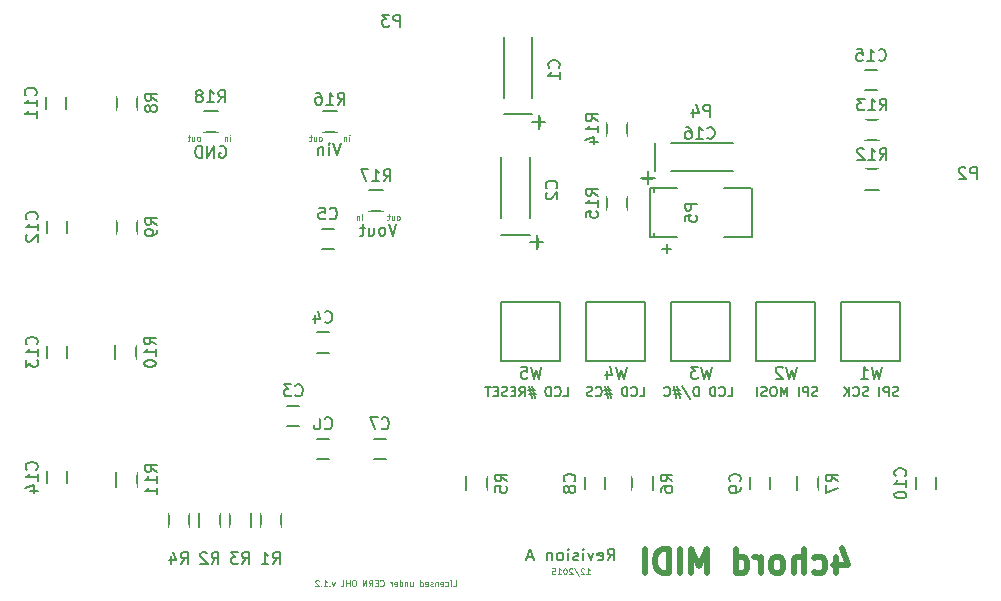
<source format=gbr>
G04 #@! TF.FileFunction,Legend,Bot*
%FSLAX46Y46*%
G04 Gerber Fmt 4.6, Leading zero omitted, Abs format (unit mm)*
G04 Created by KiCad (PCBNEW 4.0.1-3.201512161002+6197~38~ubuntu14.04.1-stable) date Sat 19 Dec 2015 01:41:55 AM EET*
%MOMM*%
G01*
G04 APERTURE LIST*
%ADD10C,0.100000*%
%ADD11C,0.200000*%
%ADD12C,0.500000*%
%ADD13C,0.150000*%
%ADD14C,0.002000*%
%ADD15R,1.901140X3.399740*%
%ADD16R,1.900000X1.650000*%
%ADD17R,1.650000X1.900000*%
%ADD18R,3.399740X1.901140*%
%ADD19C,1.299160*%
%ADD20R,2.127200X2.127200*%
%ADD21O,2.127200X2.127200*%
%ADD22R,2.432000X2.127200*%
%ADD23O,2.432000X2.127200*%
%ADD24R,1.000000X2.400000*%
%ADD25R,3.400000X4.400000*%
%ADD26R,2.398980X3.399740*%
%ADD27R,1.700000X1.900000*%
%ADD28R,1.900000X1.700000*%
%ADD29R,4.464000X4.464000*%
%ADD30R,2.635200X2.635200*%
G04 APERTURE END LIST*
D10*
X142290474Y-87426190D02*
X142528569Y-87426190D01*
X142528569Y-86926190D01*
X142123807Y-87426190D02*
X142123807Y-87092857D01*
X142123807Y-86926190D02*
X142147617Y-86950000D01*
X142123807Y-86973810D01*
X142099998Y-86950000D01*
X142123807Y-86926190D01*
X142123807Y-86973810D01*
X141671427Y-87402381D02*
X141719046Y-87426190D01*
X141814284Y-87426190D01*
X141861903Y-87402381D01*
X141885712Y-87378571D01*
X141909522Y-87330952D01*
X141909522Y-87188095D01*
X141885712Y-87140476D01*
X141861903Y-87116667D01*
X141814284Y-87092857D01*
X141719046Y-87092857D01*
X141671427Y-87116667D01*
X141266665Y-87402381D02*
X141314284Y-87426190D01*
X141409522Y-87426190D01*
X141457141Y-87402381D01*
X141480951Y-87354762D01*
X141480951Y-87164286D01*
X141457141Y-87116667D01*
X141409522Y-87092857D01*
X141314284Y-87092857D01*
X141266665Y-87116667D01*
X141242856Y-87164286D01*
X141242856Y-87211905D01*
X141480951Y-87259524D01*
X141028570Y-87092857D02*
X141028570Y-87426190D01*
X141028570Y-87140476D02*
X141004761Y-87116667D01*
X140957142Y-87092857D01*
X140885713Y-87092857D01*
X140838094Y-87116667D01*
X140814285Y-87164286D01*
X140814285Y-87426190D01*
X140599999Y-87402381D02*
X140552380Y-87426190D01*
X140457142Y-87426190D01*
X140409523Y-87402381D01*
X140385713Y-87354762D01*
X140385713Y-87330952D01*
X140409523Y-87283333D01*
X140457142Y-87259524D01*
X140528570Y-87259524D01*
X140576189Y-87235714D01*
X140599999Y-87188095D01*
X140599999Y-87164286D01*
X140576189Y-87116667D01*
X140528570Y-87092857D01*
X140457142Y-87092857D01*
X140409523Y-87116667D01*
X139980951Y-87402381D02*
X140028570Y-87426190D01*
X140123808Y-87426190D01*
X140171427Y-87402381D01*
X140195237Y-87354762D01*
X140195237Y-87164286D01*
X140171427Y-87116667D01*
X140123808Y-87092857D01*
X140028570Y-87092857D01*
X139980951Y-87116667D01*
X139957142Y-87164286D01*
X139957142Y-87211905D01*
X140195237Y-87259524D01*
X139528571Y-87426190D02*
X139528571Y-86926190D01*
X139528571Y-87402381D02*
X139576190Y-87426190D01*
X139671428Y-87426190D01*
X139719047Y-87402381D01*
X139742856Y-87378571D01*
X139766666Y-87330952D01*
X139766666Y-87188095D01*
X139742856Y-87140476D01*
X139719047Y-87116667D01*
X139671428Y-87092857D01*
X139576190Y-87092857D01*
X139528571Y-87116667D01*
X138695238Y-87092857D02*
X138695238Y-87426190D01*
X138909523Y-87092857D02*
X138909523Y-87354762D01*
X138885714Y-87402381D01*
X138838095Y-87426190D01*
X138766666Y-87426190D01*
X138719047Y-87402381D01*
X138695238Y-87378571D01*
X138457142Y-87092857D02*
X138457142Y-87426190D01*
X138457142Y-87140476D02*
X138433333Y-87116667D01*
X138385714Y-87092857D01*
X138314285Y-87092857D01*
X138266666Y-87116667D01*
X138242857Y-87164286D01*
X138242857Y-87426190D01*
X137790476Y-87426190D02*
X137790476Y-86926190D01*
X137790476Y-87402381D02*
X137838095Y-87426190D01*
X137933333Y-87426190D01*
X137980952Y-87402381D01*
X138004761Y-87378571D01*
X138028571Y-87330952D01*
X138028571Y-87188095D01*
X138004761Y-87140476D01*
X137980952Y-87116667D01*
X137933333Y-87092857D01*
X137838095Y-87092857D01*
X137790476Y-87116667D01*
X137361904Y-87402381D02*
X137409523Y-87426190D01*
X137504761Y-87426190D01*
X137552380Y-87402381D01*
X137576190Y-87354762D01*
X137576190Y-87164286D01*
X137552380Y-87116667D01*
X137504761Y-87092857D01*
X137409523Y-87092857D01*
X137361904Y-87116667D01*
X137338095Y-87164286D01*
X137338095Y-87211905D01*
X137576190Y-87259524D01*
X137123809Y-87426190D02*
X137123809Y-87092857D01*
X137123809Y-87188095D02*
X137100000Y-87140476D01*
X137076190Y-87116667D01*
X137028571Y-87092857D01*
X136980952Y-87092857D01*
X136147619Y-87378571D02*
X136171429Y-87402381D01*
X136242857Y-87426190D01*
X136290476Y-87426190D01*
X136361905Y-87402381D01*
X136409524Y-87354762D01*
X136433333Y-87307143D01*
X136457143Y-87211905D01*
X136457143Y-87140476D01*
X136433333Y-87045238D01*
X136409524Y-86997619D01*
X136361905Y-86950000D01*
X136290476Y-86926190D01*
X136242857Y-86926190D01*
X136171429Y-86950000D01*
X136147619Y-86973810D01*
X135933333Y-87164286D02*
X135766667Y-87164286D01*
X135695238Y-87426190D02*
X135933333Y-87426190D01*
X135933333Y-86926190D01*
X135695238Y-86926190D01*
X135195238Y-87426190D02*
X135361905Y-87188095D01*
X135480952Y-87426190D02*
X135480952Y-86926190D01*
X135290476Y-86926190D01*
X135242857Y-86950000D01*
X135219048Y-86973810D01*
X135195238Y-87021429D01*
X135195238Y-87092857D01*
X135219048Y-87140476D01*
X135242857Y-87164286D01*
X135290476Y-87188095D01*
X135480952Y-87188095D01*
X134980952Y-87426190D02*
X134980952Y-86926190D01*
X134695238Y-87426190D01*
X134695238Y-86926190D01*
X133980952Y-86926190D02*
X133885714Y-86926190D01*
X133838095Y-86950000D01*
X133790476Y-86997619D01*
X133766667Y-87092857D01*
X133766667Y-87259524D01*
X133790476Y-87354762D01*
X133838095Y-87402381D01*
X133885714Y-87426190D01*
X133980952Y-87426190D01*
X134028571Y-87402381D01*
X134076190Y-87354762D01*
X134100000Y-87259524D01*
X134100000Y-87092857D01*
X134076190Y-86997619D01*
X134028571Y-86950000D01*
X133980952Y-86926190D01*
X133552380Y-87426190D02*
X133552380Y-86926190D01*
X133552380Y-87164286D02*
X133266666Y-87164286D01*
X133266666Y-87426190D02*
X133266666Y-86926190D01*
X132790475Y-87426190D02*
X133028570Y-87426190D01*
X133028570Y-86926190D01*
X132290475Y-87092857D02*
X132171428Y-87426190D01*
X132052380Y-87092857D01*
X131861904Y-87378571D02*
X131838095Y-87402381D01*
X131861904Y-87426190D01*
X131885714Y-87402381D01*
X131861904Y-87378571D01*
X131861904Y-87426190D01*
X131361905Y-87426190D02*
X131647619Y-87426190D01*
X131504762Y-87426190D02*
X131504762Y-86926190D01*
X131552381Y-86997619D01*
X131600000Y-87045238D01*
X131647619Y-87069048D01*
X131147619Y-87378571D02*
X131123810Y-87402381D01*
X131147619Y-87426190D01*
X131171429Y-87402381D01*
X131147619Y-87378571D01*
X131147619Y-87426190D01*
X130933334Y-86973810D02*
X130909524Y-86950000D01*
X130861905Y-86926190D01*
X130742858Y-86926190D01*
X130695239Y-86950000D01*
X130671429Y-86973810D01*
X130647620Y-87021429D01*
X130647620Y-87069048D01*
X130671429Y-87140476D01*
X130957143Y-87426190D01*
X130647620Y-87426190D01*
X153609523Y-86426190D02*
X153895237Y-86426190D01*
X153752380Y-86426190D02*
X153752380Y-85926190D01*
X153799999Y-85997619D01*
X153847618Y-86045238D01*
X153895237Y-86069048D01*
X153419047Y-85973810D02*
X153395237Y-85950000D01*
X153347618Y-85926190D01*
X153228571Y-85926190D01*
X153180952Y-85950000D01*
X153157142Y-85973810D01*
X153133333Y-86021429D01*
X153133333Y-86069048D01*
X153157142Y-86140476D01*
X153442856Y-86426190D01*
X153133333Y-86426190D01*
X152561905Y-85902381D02*
X152990476Y-86545238D01*
X152419047Y-85973810D02*
X152395237Y-85950000D01*
X152347618Y-85926190D01*
X152228571Y-85926190D01*
X152180952Y-85950000D01*
X152157142Y-85973810D01*
X152133333Y-86021429D01*
X152133333Y-86069048D01*
X152157142Y-86140476D01*
X152442856Y-86426190D01*
X152133333Y-86426190D01*
X151823809Y-85926190D02*
X151776190Y-85926190D01*
X151728571Y-85950000D01*
X151704762Y-85973810D01*
X151680952Y-86021429D01*
X151657143Y-86116667D01*
X151657143Y-86235714D01*
X151680952Y-86330952D01*
X151704762Y-86378571D01*
X151728571Y-86402381D01*
X151776190Y-86426190D01*
X151823809Y-86426190D01*
X151871428Y-86402381D01*
X151895238Y-86378571D01*
X151919047Y-86330952D01*
X151942857Y-86235714D01*
X151942857Y-86116667D01*
X151919047Y-86021429D01*
X151895238Y-85973810D01*
X151871428Y-85950000D01*
X151823809Y-85926190D01*
X151180953Y-86426190D02*
X151466667Y-86426190D01*
X151323810Y-86426190D02*
X151323810Y-85926190D01*
X151371429Y-85997619D01*
X151419048Y-86045238D01*
X151466667Y-86069048D01*
X150728572Y-85926190D02*
X150966667Y-85926190D01*
X150990477Y-86164286D01*
X150966667Y-86140476D01*
X150919048Y-86116667D01*
X150800001Y-86116667D01*
X150752382Y-86140476D01*
X150728572Y-86164286D01*
X150704763Y-86211905D01*
X150704763Y-86330952D01*
X150728572Y-86378571D01*
X150752382Y-86402381D01*
X150800001Y-86426190D01*
X150919048Y-86426190D01*
X150966667Y-86402381D01*
X150990477Y-86378571D01*
D11*
X155395238Y-85252381D02*
X155728572Y-84776190D01*
X155966667Y-85252381D02*
X155966667Y-84252381D01*
X155585714Y-84252381D01*
X155490476Y-84300000D01*
X155442857Y-84347619D01*
X155395238Y-84442857D01*
X155395238Y-84585714D01*
X155442857Y-84680952D01*
X155490476Y-84728571D01*
X155585714Y-84776190D01*
X155966667Y-84776190D01*
X154585714Y-85204762D02*
X154680952Y-85252381D01*
X154871429Y-85252381D01*
X154966667Y-85204762D01*
X155014286Y-85109524D01*
X155014286Y-84728571D01*
X154966667Y-84633333D01*
X154871429Y-84585714D01*
X154680952Y-84585714D01*
X154585714Y-84633333D01*
X154538095Y-84728571D01*
X154538095Y-84823810D01*
X155014286Y-84919048D01*
X154204762Y-84585714D02*
X153966667Y-85252381D01*
X153728571Y-84585714D01*
X153347619Y-85252381D02*
X153347619Y-84585714D01*
X153347619Y-84252381D02*
X153395238Y-84300000D01*
X153347619Y-84347619D01*
X153300000Y-84300000D01*
X153347619Y-84252381D01*
X153347619Y-84347619D01*
X152919048Y-85204762D02*
X152823810Y-85252381D01*
X152633334Y-85252381D01*
X152538095Y-85204762D01*
X152490476Y-85109524D01*
X152490476Y-85061905D01*
X152538095Y-84966667D01*
X152633334Y-84919048D01*
X152776191Y-84919048D01*
X152871429Y-84871429D01*
X152919048Y-84776190D01*
X152919048Y-84728571D01*
X152871429Y-84633333D01*
X152776191Y-84585714D01*
X152633334Y-84585714D01*
X152538095Y-84633333D01*
X152061905Y-85252381D02*
X152061905Y-84585714D01*
X152061905Y-84252381D02*
X152109524Y-84300000D01*
X152061905Y-84347619D01*
X152014286Y-84300000D01*
X152061905Y-84252381D01*
X152061905Y-84347619D01*
X151442858Y-85252381D02*
X151538096Y-85204762D01*
X151585715Y-85157143D01*
X151633334Y-85061905D01*
X151633334Y-84776190D01*
X151585715Y-84680952D01*
X151538096Y-84633333D01*
X151442858Y-84585714D01*
X151300000Y-84585714D01*
X151204762Y-84633333D01*
X151157143Y-84680952D01*
X151109524Y-84776190D01*
X151109524Y-85061905D01*
X151157143Y-85157143D01*
X151204762Y-85204762D01*
X151300000Y-85252381D01*
X151442858Y-85252381D01*
X150680953Y-84585714D02*
X150680953Y-85252381D01*
X150680953Y-84680952D02*
X150633334Y-84633333D01*
X150538096Y-84585714D01*
X150395238Y-84585714D01*
X150300000Y-84633333D01*
X150252381Y-84728571D01*
X150252381Y-85252381D01*
X149061905Y-84966667D02*
X148585714Y-84966667D01*
X149157143Y-85252381D02*
X148823810Y-84252381D01*
X148490476Y-85252381D01*
D12*
X174766667Y-84971429D02*
X174766667Y-86304762D01*
X175242857Y-84209524D02*
X175719048Y-85638095D01*
X174480952Y-85638095D01*
X172861905Y-86209524D02*
X173052381Y-86304762D01*
X173433333Y-86304762D01*
X173623809Y-86209524D01*
X173719048Y-86114286D01*
X173814286Y-85923810D01*
X173814286Y-85352381D01*
X173719048Y-85161905D01*
X173623809Y-85066667D01*
X173433333Y-84971429D01*
X173052381Y-84971429D01*
X172861905Y-85066667D01*
X172004762Y-86304762D02*
X172004762Y-84304762D01*
X171147619Y-86304762D02*
X171147619Y-85257143D01*
X171242857Y-85066667D01*
X171433333Y-84971429D01*
X171719047Y-84971429D01*
X171909523Y-85066667D01*
X172004762Y-85161905D01*
X169909523Y-86304762D02*
X170099999Y-86209524D01*
X170195238Y-86114286D01*
X170290476Y-85923810D01*
X170290476Y-85352381D01*
X170195238Y-85161905D01*
X170099999Y-85066667D01*
X169909523Y-84971429D01*
X169623809Y-84971429D01*
X169433333Y-85066667D01*
X169338095Y-85161905D01*
X169242857Y-85352381D01*
X169242857Y-85923810D01*
X169338095Y-86114286D01*
X169433333Y-86209524D01*
X169623809Y-86304762D01*
X169909523Y-86304762D01*
X168385714Y-86304762D02*
X168385714Y-84971429D01*
X168385714Y-85352381D02*
X168290475Y-85161905D01*
X168195237Y-85066667D01*
X168004761Y-84971429D01*
X167814285Y-84971429D01*
X166290476Y-86304762D02*
X166290476Y-84304762D01*
X166290476Y-86209524D02*
X166480952Y-86304762D01*
X166861904Y-86304762D01*
X167052380Y-86209524D01*
X167147619Y-86114286D01*
X167242857Y-85923810D01*
X167242857Y-85352381D01*
X167147619Y-85161905D01*
X167052380Y-85066667D01*
X166861904Y-84971429D01*
X166480952Y-84971429D01*
X166290476Y-85066667D01*
X163814285Y-86304762D02*
X163814285Y-84304762D01*
X163147618Y-85733333D01*
X162480951Y-84304762D01*
X162480951Y-86304762D01*
X161528571Y-86304762D02*
X161528571Y-84304762D01*
X160576190Y-86304762D02*
X160576190Y-84304762D01*
X160099999Y-84304762D01*
X159814285Y-84400000D01*
X159623809Y-84590476D01*
X159528570Y-84780952D01*
X159433332Y-85161905D01*
X159433332Y-85447619D01*
X159528570Y-85828571D01*
X159623809Y-86019048D01*
X159814285Y-86209524D01*
X160099999Y-86304762D01*
X160576190Y-86304762D01*
X158576190Y-86304762D02*
X158576190Y-84304762D01*
D10*
X123426190Y-49726190D02*
X123426190Y-49392857D01*
X123426190Y-49226190D02*
X123450000Y-49250000D01*
X123426190Y-49273810D01*
X123402381Y-49250000D01*
X123426190Y-49226190D01*
X123426190Y-49273810D01*
X123188095Y-49392857D02*
X123188095Y-49726190D01*
X123188095Y-49440476D02*
X123164286Y-49416667D01*
X123116667Y-49392857D01*
X123045238Y-49392857D01*
X122997619Y-49416667D01*
X122973810Y-49464286D01*
X122973810Y-49726190D01*
X120804762Y-49726190D02*
X120852381Y-49702381D01*
X120876190Y-49678571D01*
X120900000Y-49630952D01*
X120900000Y-49488095D01*
X120876190Y-49440476D01*
X120852381Y-49416667D01*
X120804762Y-49392857D01*
X120733333Y-49392857D01*
X120685714Y-49416667D01*
X120661905Y-49440476D01*
X120638095Y-49488095D01*
X120638095Y-49630952D01*
X120661905Y-49678571D01*
X120685714Y-49702381D01*
X120733333Y-49726190D01*
X120804762Y-49726190D01*
X120209524Y-49392857D02*
X120209524Y-49726190D01*
X120423809Y-49392857D02*
X120423809Y-49654762D01*
X120400000Y-49702381D01*
X120352381Y-49726190D01*
X120280952Y-49726190D01*
X120233333Y-49702381D01*
X120209524Y-49678571D01*
X120042857Y-49392857D02*
X119852381Y-49392857D01*
X119971428Y-49226190D02*
X119971428Y-49654762D01*
X119947619Y-49702381D01*
X119900000Y-49726190D01*
X119852381Y-49726190D01*
X137704762Y-56426190D02*
X137752381Y-56402381D01*
X137776190Y-56378571D01*
X137800000Y-56330952D01*
X137800000Y-56188095D01*
X137776190Y-56140476D01*
X137752381Y-56116667D01*
X137704762Y-56092857D01*
X137633333Y-56092857D01*
X137585714Y-56116667D01*
X137561905Y-56140476D01*
X137538095Y-56188095D01*
X137538095Y-56330952D01*
X137561905Y-56378571D01*
X137585714Y-56402381D01*
X137633333Y-56426190D01*
X137704762Y-56426190D01*
X137109524Y-56092857D02*
X137109524Y-56426190D01*
X137323809Y-56092857D02*
X137323809Y-56354762D01*
X137300000Y-56402381D01*
X137252381Y-56426190D01*
X137180952Y-56426190D01*
X137133333Y-56402381D01*
X137109524Y-56378571D01*
X136942857Y-56092857D02*
X136752381Y-56092857D01*
X136871428Y-55926190D02*
X136871428Y-56354762D01*
X136847619Y-56402381D01*
X136800000Y-56426190D01*
X136752381Y-56426190D01*
X134626190Y-56426190D02*
X134626190Y-56092857D01*
X134626190Y-55926190D02*
X134650000Y-55950000D01*
X134626190Y-55973810D01*
X134602381Y-55950000D01*
X134626190Y-55926190D01*
X134626190Y-55973810D01*
X134388095Y-56092857D02*
X134388095Y-56426190D01*
X134388095Y-56140476D02*
X134364286Y-56116667D01*
X134316667Y-56092857D01*
X134245238Y-56092857D01*
X134197619Y-56116667D01*
X134173810Y-56164286D01*
X134173810Y-56426190D01*
D11*
X132823809Y-49952381D02*
X132490476Y-50952381D01*
X132157142Y-49952381D01*
X131823809Y-50952381D02*
X131823809Y-50285714D01*
X131823809Y-49952381D02*
X131871428Y-50000000D01*
X131823809Y-50047619D01*
X131776190Y-50000000D01*
X131823809Y-49952381D01*
X131823809Y-50047619D01*
X131347619Y-50285714D02*
X131347619Y-50952381D01*
X131347619Y-50380952D02*
X131300000Y-50333333D01*
X131204762Y-50285714D01*
X131061904Y-50285714D01*
X130966666Y-50333333D01*
X130919047Y-50428571D01*
X130919047Y-50952381D01*
D10*
X131104762Y-49726190D02*
X131152381Y-49702381D01*
X131176190Y-49678571D01*
X131200000Y-49630952D01*
X131200000Y-49488095D01*
X131176190Y-49440476D01*
X131152381Y-49416667D01*
X131104762Y-49392857D01*
X131033333Y-49392857D01*
X130985714Y-49416667D01*
X130961905Y-49440476D01*
X130938095Y-49488095D01*
X130938095Y-49630952D01*
X130961905Y-49678571D01*
X130985714Y-49702381D01*
X131033333Y-49726190D01*
X131104762Y-49726190D01*
X130509524Y-49392857D02*
X130509524Y-49726190D01*
X130723809Y-49392857D02*
X130723809Y-49654762D01*
X130700000Y-49702381D01*
X130652381Y-49726190D01*
X130580952Y-49726190D01*
X130533333Y-49702381D01*
X130509524Y-49678571D01*
X130342857Y-49392857D02*
X130152381Y-49392857D01*
X130271428Y-49226190D02*
X130271428Y-49654762D01*
X130247619Y-49702381D01*
X130200000Y-49726190D01*
X130152381Y-49726190D01*
D11*
X151666667Y-71361905D02*
X152047620Y-71361905D01*
X152047620Y-70561905D01*
X150942858Y-71285714D02*
X150980953Y-71323810D01*
X151095239Y-71361905D01*
X151171429Y-71361905D01*
X151285715Y-71323810D01*
X151361906Y-71247619D01*
X151400001Y-71171429D01*
X151438096Y-71019048D01*
X151438096Y-70904762D01*
X151400001Y-70752381D01*
X151361906Y-70676190D01*
X151285715Y-70600000D01*
X151171429Y-70561905D01*
X151095239Y-70561905D01*
X150980953Y-70600000D01*
X150942858Y-70638095D01*
X150600001Y-71361905D02*
X150600001Y-70561905D01*
X150409525Y-70561905D01*
X150295239Y-70600000D01*
X150219048Y-70676190D01*
X150180953Y-70752381D01*
X150142858Y-70904762D01*
X150142858Y-71019048D01*
X150180953Y-71171429D01*
X150219048Y-71247619D01*
X150295239Y-71323810D01*
X150409525Y-71361905D01*
X150600001Y-71361905D01*
X149228572Y-70828571D02*
X148657143Y-70828571D01*
X149000001Y-70485714D02*
X149228572Y-71514286D01*
X148733334Y-71171429D02*
X149304763Y-71171429D01*
X148961905Y-71514286D02*
X148733334Y-70485714D01*
X147933334Y-71361905D02*
X148200001Y-70980952D01*
X148390477Y-71361905D02*
X148390477Y-70561905D01*
X148085715Y-70561905D01*
X148009524Y-70600000D01*
X147971429Y-70638095D01*
X147933334Y-70714286D01*
X147933334Y-70828571D01*
X147971429Y-70904762D01*
X148009524Y-70942857D01*
X148085715Y-70980952D01*
X148390477Y-70980952D01*
X147590477Y-70942857D02*
X147323810Y-70942857D01*
X147209524Y-71361905D02*
X147590477Y-71361905D01*
X147590477Y-70561905D01*
X147209524Y-70561905D01*
X146904762Y-71323810D02*
X146790476Y-71361905D01*
X146600000Y-71361905D01*
X146523810Y-71323810D01*
X146485714Y-71285714D01*
X146447619Y-71209524D01*
X146447619Y-71133333D01*
X146485714Y-71057143D01*
X146523810Y-71019048D01*
X146600000Y-70980952D01*
X146752381Y-70942857D01*
X146828572Y-70904762D01*
X146866667Y-70866667D01*
X146904762Y-70790476D01*
X146904762Y-70714286D01*
X146866667Y-70638095D01*
X146828572Y-70600000D01*
X146752381Y-70561905D01*
X146561905Y-70561905D01*
X146447619Y-70600000D01*
X146104762Y-70942857D02*
X145838095Y-70942857D01*
X145723809Y-71361905D02*
X146104762Y-71361905D01*
X146104762Y-70561905D01*
X145723809Y-70561905D01*
X145495238Y-70561905D02*
X145038095Y-70561905D01*
X145266666Y-71361905D02*
X145266666Y-70561905D01*
X158138095Y-71361905D02*
X158519048Y-71361905D01*
X158519048Y-70561905D01*
X157414286Y-71285714D02*
X157452381Y-71323810D01*
X157566667Y-71361905D01*
X157642857Y-71361905D01*
X157757143Y-71323810D01*
X157833334Y-71247619D01*
X157871429Y-71171429D01*
X157909524Y-71019048D01*
X157909524Y-70904762D01*
X157871429Y-70752381D01*
X157833334Y-70676190D01*
X157757143Y-70600000D01*
X157642857Y-70561905D01*
X157566667Y-70561905D01*
X157452381Y-70600000D01*
X157414286Y-70638095D01*
X157071429Y-71361905D02*
X157071429Y-70561905D01*
X156880953Y-70561905D01*
X156766667Y-70600000D01*
X156690476Y-70676190D01*
X156652381Y-70752381D01*
X156614286Y-70904762D01*
X156614286Y-71019048D01*
X156652381Y-71171429D01*
X156690476Y-71247619D01*
X156766667Y-71323810D01*
X156880953Y-71361905D01*
X157071429Y-71361905D01*
X155700000Y-70828571D02*
X155128571Y-70828571D01*
X155471429Y-70485714D02*
X155700000Y-71514286D01*
X155204762Y-71171429D02*
X155776191Y-71171429D01*
X155433333Y-71514286D02*
X155204762Y-70485714D01*
X154404762Y-71285714D02*
X154442857Y-71323810D01*
X154557143Y-71361905D01*
X154633333Y-71361905D01*
X154747619Y-71323810D01*
X154823810Y-71247619D01*
X154861905Y-71171429D01*
X154900000Y-71019048D01*
X154900000Y-70904762D01*
X154861905Y-70752381D01*
X154823810Y-70676190D01*
X154747619Y-70600000D01*
X154633333Y-70561905D01*
X154557143Y-70561905D01*
X154442857Y-70600000D01*
X154404762Y-70638095D01*
X154100000Y-71323810D02*
X153985714Y-71361905D01*
X153795238Y-71361905D01*
X153719048Y-71323810D01*
X153680952Y-71285714D01*
X153642857Y-71209524D01*
X153642857Y-71133333D01*
X153680952Y-71057143D01*
X153719048Y-71019048D01*
X153795238Y-70980952D01*
X153947619Y-70942857D01*
X154023810Y-70904762D01*
X154061905Y-70866667D01*
X154100000Y-70790476D01*
X154100000Y-70714286D01*
X154061905Y-70638095D01*
X154023810Y-70600000D01*
X153947619Y-70561905D01*
X153757143Y-70561905D01*
X153642857Y-70600000D01*
X165576190Y-71361905D02*
X165957143Y-71361905D01*
X165957143Y-70561905D01*
X164852381Y-71285714D02*
X164890476Y-71323810D01*
X165004762Y-71361905D01*
X165080952Y-71361905D01*
X165195238Y-71323810D01*
X165271429Y-71247619D01*
X165309524Y-71171429D01*
X165347619Y-71019048D01*
X165347619Y-70904762D01*
X165309524Y-70752381D01*
X165271429Y-70676190D01*
X165195238Y-70600000D01*
X165080952Y-70561905D01*
X165004762Y-70561905D01*
X164890476Y-70600000D01*
X164852381Y-70638095D01*
X164509524Y-71361905D02*
X164509524Y-70561905D01*
X164319048Y-70561905D01*
X164204762Y-70600000D01*
X164128571Y-70676190D01*
X164090476Y-70752381D01*
X164052381Y-70904762D01*
X164052381Y-71019048D01*
X164090476Y-71171429D01*
X164128571Y-71247619D01*
X164204762Y-71323810D01*
X164319048Y-71361905D01*
X164509524Y-71361905D01*
X163100000Y-71361905D02*
X163100000Y-70561905D01*
X162909524Y-70561905D01*
X162795238Y-70600000D01*
X162719047Y-70676190D01*
X162680952Y-70752381D01*
X162642857Y-70904762D01*
X162642857Y-71019048D01*
X162680952Y-71171429D01*
X162719047Y-71247619D01*
X162795238Y-71323810D01*
X162909524Y-71361905D01*
X163100000Y-71361905D01*
X161728571Y-70523810D02*
X162414286Y-71552381D01*
X161500000Y-70828571D02*
X160928571Y-70828571D01*
X161271429Y-70485714D02*
X161500000Y-71514286D01*
X161004762Y-71171429D02*
X161576191Y-71171429D01*
X161233333Y-71514286D02*
X161004762Y-70485714D01*
X160204762Y-71285714D02*
X160242857Y-71323810D01*
X160357143Y-71361905D01*
X160433333Y-71361905D01*
X160547619Y-71323810D01*
X160623810Y-71247619D01*
X160661905Y-71171429D01*
X160700000Y-71019048D01*
X160700000Y-70904762D01*
X160661905Y-70752381D01*
X160623810Y-70676190D01*
X160547619Y-70600000D01*
X160433333Y-70561905D01*
X160357143Y-70561905D01*
X160242857Y-70600000D01*
X160204762Y-70638095D01*
X180004762Y-71323810D02*
X179890476Y-71361905D01*
X179700000Y-71361905D01*
X179623810Y-71323810D01*
X179585714Y-71285714D01*
X179547619Y-71209524D01*
X179547619Y-71133333D01*
X179585714Y-71057143D01*
X179623810Y-71019048D01*
X179700000Y-70980952D01*
X179852381Y-70942857D01*
X179928572Y-70904762D01*
X179966667Y-70866667D01*
X180004762Y-70790476D01*
X180004762Y-70714286D01*
X179966667Y-70638095D01*
X179928572Y-70600000D01*
X179852381Y-70561905D01*
X179661905Y-70561905D01*
X179547619Y-70600000D01*
X179204762Y-71361905D02*
X179204762Y-70561905D01*
X178900000Y-70561905D01*
X178823809Y-70600000D01*
X178785714Y-70638095D01*
X178747619Y-70714286D01*
X178747619Y-70828571D01*
X178785714Y-70904762D01*
X178823809Y-70942857D01*
X178900000Y-70980952D01*
X179204762Y-70980952D01*
X178404762Y-71361905D02*
X178404762Y-70561905D01*
X177452381Y-71323810D02*
X177338095Y-71361905D01*
X177147619Y-71361905D01*
X177071429Y-71323810D01*
X177033333Y-71285714D01*
X176995238Y-71209524D01*
X176995238Y-71133333D01*
X177033333Y-71057143D01*
X177071429Y-71019048D01*
X177147619Y-70980952D01*
X177300000Y-70942857D01*
X177376191Y-70904762D01*
X177414286Y-70866667D01*
X177452381Y-70790476D01*
X177452381Y-70714286D01*
X177414286Y-70638095D01*
X177376191Y-70600000D01*
X177300000Y-70561905D01*
X177109524Y-70561905D01*
X176995238Y-70600000D01*
X176195238Y-71285714D02*
X176233333Y-71323810D01*
X176347619Y-71361905D01*
X176423809Y-71361905D01*
X176538095Y-71323810D01*
X176614286Y-71247619D01*
X176652381Y-71171429D01*
X176690476Y-71019048D01*
X176690476Y-70904762D01*
X176652381Y-70752381D01*
X176614286Y-70676190D01*
X176538095Y-70600000D01*
X176423809Y-70561905D01*
X176347619Y-70561905D01*
X176233333Y-70600000D01*
X176195238Y-70638095D01*
X175852381Y-71361905D02*
X175852381Y-70561905D01*
X175395238Y-71361905D02*
X175738095Y-70904762D01*
X175395238Y-70561905D02*
X175852381Y-71019048D01*
X173171428Y-71323810D02*
X173057142Y-71361905D01*
X172866666Y-71361905D01*
X172790476Y-71323810D01*
X172752380Y-71285714D01*
X172714285Y-71209524D01*
X172714285Y-71133333D01*
X172752380Y-71057143D01*
X172790476Y-71019048D01*
X172866666Y-70980952D01*
X173019047Y-70942857D01*
X173095238Y-70904762D01*
X173133333Y-70866667D01*
X173171428Y-70790476D01*
X173171428Y-70714286D01*
X173133333Y-70638095D01*
X173095238Y-70600000D01*
X173019047Y-70561905D01*
X172828571Y-70561905D01*
X172714285Y-70600000D01*
X172371428Y-71361905D02*
X172371428Y-70561905D01*
X172066666Y-70561905D01*
X171990475Y-70600000D01*
X171952380Y-70638095D01*
X171914285Y-70714286D01*
X171914285Y-70828571D01*
X171952380Y-70904762D01*
X171990475Y-70942857D01*
X172066666Y-70980952D01*
X172371428Y-70980952D01*
X171571428Y-71361905D02*
X171571428Y-70561905D01*
X170580952Y-71361905D02*
X170580952Y-70561905D01*
X170314285Y-71133333D01*
X170047618Y-70561905D01*
X170047618Y-71361905D01*
X169514285Y-70561905D02*
X169361904Y-70561905D01*
X169285713Y-70600000D01*
X169209523Y-70676190D01*
X169171428Y-70828571D01*
X169171428Y-71095238D01*
X169209523Y-71247619D01*
X169285713Y-71323810D01*
X169361904Y-71361905D01*
X169514285Y-71361905D01*
X169590475Y-71323810D01*
X169666666Y-71247619D01*
X169704761Y-71095238D01*
X169704761Y-70828571D01*
X169666666Y-70676190D01*
X169590475Y-70600000D01*
X169514285Y-70561905D01*
X168866666Y-71323810D02*
X168752380Y-71361905D01*
X168561904Y-71361905D01*
X168485714Y-71323810D01*
X168447618Y-71285714D01*
X168409523Y-71209524D01*
X168409523Y-71133333D01*
X168447618Y-71057143D01*
X168485714Y-71019048D01*
X168561904Y-70980952D01*
X168714285Y-70942857D01*
X168790476Y-70904762D01*
X168828571Y-70866667D01*
X168866666Y-70790476D01*
X168866666Y-70714286D01*
X168828571Y-70638095D01*
X168790476Y-70600000D01*
X168714285Y-70561905D01*
X168523809Y-70561905D01*
X168409523Y-70600000D01*
X168066666Y-71361905D02*
X168066666Y-70561905D01*
X137523810Y-56752381D02*
X137190477Y-57752381D01*
X136857143Y-56752381D01*
X136380953Y-57752381D02*
X136476191Y-57704762D01*
X136523810Y-57657143D01*
X136571429Y-57561905D01*
X136571429Y-57276190D01*
X136523810Y-57180952D01*
X136476191Y-57133333D01*
X136380953Y-57085714D01*
X136238095Y-57085714D01*
X136142857Y-57133333D01*
X136095238Y-57180952D01*
X136047619Y-57276190D01*
X136047619Y-57561905D01*
X136095238Y-57657143D01*
X136142857Y-57704762D01*
X136238095Y-57752381D01*
X136380953Y-57752381D01*
X135190476Y-57085714D02*
X135190476Y-57752381D01*
X135619048Y-57085714D02*
X135619048Y-57609524D01*
X135571429Y-57704762D01*
X135476191Y-57752381D01*
X135333333Y-57752381D01*
X135238095Y-57704762D01*
X135190476Y-57657143D01*
X134857143Y-57085714D02*
X134476191Y-57085714D01*
X134714286Y-56752381D02*
X134714286Y-57609524D01*
X134666667Y-57704762D01*
X134571429Y-57752381D01*
X134476191Y-57752381D01*
D10*
X133526190Y-49726190D02*
X133526190Y-49392857D01*
X133526190Y-49226190D02*
X133550000Y-49250000D01*
X133526190Y-49273810D01*
X133502381Y-49250000D01*
X133526190Y-49226190D01*
X133526190Y-49273810D01*
X133288095Y-49392857D02*
X133288095Y-49726190D01*
X133288095Y-49440476D02*
X133264286Y-49416667D01*
X133216667Y-49392857D01*
X133145238Y-49392857D01*
X133097619Y-49416667D01*
X133073810Y-49464286D01*
X133073810Y-49726190D01*
D11*
X122561904Y-50200000D02*
X122657142Y-50152381D01*
X122799999Y-50152381D01*
X122942857Y-50200000D01*
X123038095Y-50295238D01*
X123085714Y-50390476D01*
X123133333Y-50580952D01*
X123133333Y-50723810D01*
X123085714Y-50914286D01*
X123038095Y-51009524D01*
X122942857Y-51104762D01*
X122799999Y-51152381D01*
X122704761Y-51152381D01*
X122561904Y-51104762D01*
X122514285Y-51057143D01*
X122514285Y-50723810D01*
X122704761Y-50723810D01*
X122085714Y-51152381D02*
X122085714Y-50152381D01*
X121514285Y-51152381D01*
X121514285Y-50152381D01*
X121038095Y-51152381D02*
X121038095Y-50152381D01*
X120800000Y-50152381D01*
X120657142Y-50200000D01*
X120561904Y-50295238D01*
X120514285Y-50390476D01*
X120466666Y-50580952D01*
X120466666Y-50723810D01*
X120514285Y-50914286D01*
X120561904Y-51009524D01*
X120657142Y-51104762D01*
X120800000Y-51152381D01*
X121038095Y-51152381D01*
D13*
X146601120Y-46100960D02*
X146601120Y-40899040D01*
X148998880Y-40899040D02*
X148998880Y-46100960D01*
X150098700Y-48099940D02*
X148998880Y-48099940D01*
X149598320Y-48699380D02*
X149598320Y-47500500D01*
X148998880Y-47495420D02*
X146601120Y-47495420D01*
X146401120Y-56300960D02*
X146401120Y-51099040D01*
X148798880Y-51099040D02*
X148798880Y-56300960D01*
X149898700Y-58299940D02*
X148798880Y-58299940D01*
X149398320Y-58899380D02*
X149398320Y-57700500D01*
X148798880Y-57695420D02*
X146401120Y-57695420D01*
X128300000Y-72150000D02*
X129300000Y-72150000D01*
X129300000Y-73850000D02*
X128300000Y-73850000D01*
X130800000Y-65950000D02*
X131800000Y-65950000D01*
X131800000Y-67650000D02*
X130800000Y-67650000D01*
X131200000Y-57180000D02*
X132200000Y-57180000D01*
X132200000Y-58880000D02*
X131200000Y-58880000D01*
X130800000Y-74950000D02*
X131800000Y-74950000D01*
X131800000Y-76650000D02*
X130800000Y-76650000D01*
X135600000Y-74950000D02*
X136600000Y-74950000D01*
X136600000Y-76650000D02*
X135600000Y-76650000D01*
X153480000Y-79230000D02*
X153480000Y-78230000D01*
X155180000Y-78230000D02*
X155180000Y-79230000D01*
X167480000Y-79230000D02*
X167480000Y-78230000D01*
X169180000Y-78230000D02*
X169180000Y-79230000D01*
X181480000Y-79230000D02*
X181480000Y-78230000D01*
X183180000Y-78230000D02*
X183180000Y-79230000D01*
X107850000Y-47000000D02*
X107850000Y-46000000D01*
X109550000Y-46000000D02*
X109550000Y-47000000D01*
X107950000Y-57500000D02*
X107950000Y-56500000D01*
X109650000Y-56500000D02*
X109650000Y-57500000D01*
X107950000Y-68110000D02*
X107950000Y-67110000D01*
X109650000Y-67110000D02*
X109650000Y-68110000D01*
X107940000Y-78700000D02*
X107940000Y-77700000D01*
X109640000Y-77700000D02*
X109640000Y-78700000D01*
X177200000Y-43750000D02*
X178200000Y-43750000D01*
X178200000Y-45450000D02*
X177200000Y-45450000D01*
X160799040Y-49901120D02*
X166000960Y-49901120D01*
X166000960Y-52298880D02*
X160799040Y-52298880D01*
X158800060Y-53398700D02*
X158800060Y-52298880D01*
X158200620Y-52898320D02*
X159399500Y-52898320D01*
X159404580Y-52298880D02*
X159404580Y-49901120D01*
X159300440Y-57900580D02*
X159300440Y-53699420D01*
X158999780Y-57900580D02*
X158999780Y-53699420D01*
X167600220Y-57900580D02*
X167600220Y-53699420D01*
X165296440Y-53694340D02*
X167582440Y-53694340D01*
X167582440Y-57905660D02*
X165296440Y-57905660D01*
X161301020Y-57905660D02*
X159015020Y-57905660D01*
X159017560Y-53694340D02*
X161303560Y-53694340D01*
X126025000Y-81200000D02*
X126025000Y-82400000D01*
X127775000Y-82400000D02*
X127775000Y-81200000D01*
X120825000Y-81200000D02*
X120825000Y-82400000D01*
X122575000Y-82400000D02*
X122575000Y-81200000D01*
X123425000Y-81200000D02*
X123425000Y-82400000D01*
X125175000Y-82400000D02*
X125175000Y-81200000D01*
X118225000Y-81200000D02*
X118225000Y-82400000D01*
X119975000Y-82400000D02*
X119975000Y-81200000D01*
X143455000Y-78130000D02*
X143455000Y-79330000D01*
X145205000Y-79330000D02*
X145205000Y-78130000D01*
X157455000Y-78130000D02*
X157455000Y-79330000D01*
X159205000Y-79330000D02*
X159205000Y-78130000D01*
X171455000Y-78130000D02*
X171455000Y-79330000D01*
X173205000Y-79330000D02*
X173205000Y-78130000D01*
X113825000Y-45900000D02*
X113825000Y-47100000D01*
X115575000Y-47100000D02*
X115575000Y-45900000D01*
X113825000Y-56400000D02*
X113825000Y-57600000D01*
X115575000Y-57600000D02*
X115575000Y-56400000D01*
X113725000Y-67010000D02*
X113725000Y-68210000D01*
X115475000Y-68210000D02*
X115475000Y-67010000D01*
X113815000Y-77800000D02*
X113815000Y-79000000D01*
X115565000Y-79000000D02*
X115565000Y-77800000D01*
X177200000Y-53875000D02*
X178400000Y-53875000D01*
X178400000Y-52125000D02*
X177200000Y-52125000D01*
X177200000Y-49675000D02*
X178400000Y-49675000D01*
X178400000Y-47925000D02*
X177200000Y-47925000D01*
X155325000Y-48100000D02*
X155325000Y-49300000D01*
X157075000Y-49300000D02*
X157075000Y-48100000D01*
X157075000Y-55600000D02*
X157075000Y-54400000D01*
X155325000Y-54400000D02*
X155325000Y-55600000D01*
X132500000Y-47225000D02*
X131300000Y-47225000D01*
X131300000Y-48975000D02*
X132500000Y-48975000D01*
X135200000Y-55675000D02*
X136400000Y-55675000D01*
X136400000Y-53925000D02*
X135200000Y-53925000D01*
X121200000Y-48975000D02*
X122400000Y-48975000D01*
X122400000Y-47225000D02*
X121200000Y-47225000D01*
X175200640Y-68399360D02*
X180199360Y-68399360D01*
X180199360Y-68399360D02*
X180199360Y-63400640D01*
X180199360Y-63400640D02*
X175200640Y-63400640D01*
X175200640Y-63400640D02*
X175200640Y-68399360D01*
X168000640Y-68399360D02*
X172999360Y-68399360D01*
X172999360Y-68399360D02*
X172999360Y-63400640D01*
X172999360Y-63400640D02*
X168000640Y-63400640D01*
X168000640Y-63400640D02*
X168000640Y-68399360D01*
X160800640Y-68399360D02*
X165799360Y-68399360D01*
X165799360Y-68399360D02*
X165799360Y-63400640D01*
X165799360Y-63400640D02*
X160800640Y-63400640D01*
X160800640Y-63400640D02*
X160800640Y-68399360D01*
X153600640Y-68399360D02*
X158599360Y-68399360D01*
X158599360Y-68399360D02*
X158599360Y-63400640D01*
X158599360Y-63400640D02*
X153600640Y-63400640D01*
X153600640Y-63400640D02*
X153600640Y-68399360D01*
X146400640Y-68399360D02*
X151399360Y-68399360D01*
X151399360Y-68399360D02*
X151399360Y-63400640D01*
X151399360Y-63400640D02*
X146400640Y-63400640D01*
X146400640Y-63400640D02*
X146400640Y-68399360D01*
X151255943Y-43533994D02*
X151303562Y-43486375D01*
X151351181Y-43343518D01*
X151351181Y-43248280D01*
X151303562Y-43105422D01*
X151208324Y-43010184D01*
X151113086Y-42962565D01*
X150922610Y-42914946D01*
X150779752Y-42914946D01*
X150589276Y-42962565D01*
X150494038Y-43010184D01*
X150398800Y-43105422D01*
X150351181Y-43248280D01*
X150351181Y-43343518D01*
X150398800Y-43486375D01*
X150446419Y-43533994D01*
X151351181Y-44486375D02*
X151351181Y-43914946D01*
X151351181Y-44200660D02*
X150351181Y-44200660D01*
X150494038Y-44105422D01*
X150589276Y-44010184D01*
X150636895Y-43914946D01*
X149672289Y-47718988D02*
X149672289Y-48480893D01*
X150053241Y-48099941D02*
X149291336Y-48099941D01*
X151055943Y-53733994D02*
X151103562Y-53686375D01*
X151151181Y-53543518D01*
X151151181Y-53448280D01*
X151103562Y-53305422D01*
X151008324Y-53210184D01*
X150913086Y-53162565D01*
X150722610Y-53114946D01*
X150579752Y-53114946D01*
X150389276Y-53162565D01*
X150294038Y-53210184D01*
X150198800Y-53305422D01*
X150151181Y-53448280D01*
X150151181Y-53543518D01*
X150198800Y-53686375D01*
X150246419Y-53733994D01*
X150246419Y-54114946D02*
X150198800Y-54162565D01*
X150151181Y-54257803D01*
X150151181Y-54495899D01*
X150198800Y-54591137D01*
X150246419Y-54638756D01*
X150341657Y-54686375D01*
X150436895Y-54686375D01*
X150579752Y-54638756D01*
X151151181Y-54067327D01*
X151151181Y-54686375D01*
X149472289Y-57918988D02*
X149472289Y-58680893D01*
X149853241Y-58299941D02*
X149091336Y-58299941D01*
X128966666Y-71257143D02*
X129014285Y-71304762D01*
X129157142Y-71352381D01*
X129252380Y-71352381D01*
X129395238Y-71304762D01*
X129490476Y-71209524D01*
X129538095Y-71114286D01*
X129585714Y-70923810D01*
X129585714Y-70780952D01*
X129538095Y-70590476D01*
X129490476Y-70495238D01*
X129395238Y-70400000D01*
X129252380Y-70352381D01*
X129157142Y-70352381D01*
X129014285Y-70400000D01*
X128966666Y-70447619D01*
X128633333Y-70352381D02*
X128014285Y-70352381D01*
X128347619Y-70733333D01*
X128204761Y-70733333D01*
X128109523Y-70780952D01*
X128061904Y-70828571D01*
X128014285Y-70923810D01*
X128014285Y-71161905D01*
X128061904Y-71257143D01*
X128109523Y-71304762D01*
X128204761Y-71352381D01*
X128490476Y-71352381D01*
X128585714Y-71304762D01*
X128633333Y-71257143D01*
X131466666Y-65057143D02*
X131514285Y-65104762D01*
X131657142Y-65152381D01*
X131752380Y-65152381D01*
X131895238Y-65104762D01*
X131990476Y-65009524D01*
X132038095Y-64914286D01*
X132085714Y-64723810D01*
X132085714Y-64580952D01*
X132038095Y-64390476D01*
X131990476Y-64295238D01*
X131895238Y-64200000D01*
X131752380Y-64152381D01*
X131657142Y-64152381D01*
X131514285Y-64200000D01*
X131466666Y-64247619D01*
X130609523Y-64485714D02*
X130609523Y-65152381D01*
X130847619Y-64104762D02*
X131085714Y-64819048D01*
X130466666Y-64819048D01*
X131866666Y-56287143D02*
X131914285Y-56334762D01*
X132057142Y-56382381D01*
X132152380Y-56382381D01*
X132295238Y-56334762D01*
X132390476Y-56239524D01*
X132438095Y-56144286D01*
X132485714Y-55953810D01*
X132485714Y-55810952D01*
X132438095Y-55620476D01*
X132390476Y-55525238D01*
X132295238Y-55430000D01*
X132152380Y-55382381D01*
X132057142Y-55382381D01*
X131914285Y-55430000D01*
X131866666Y-55477619D01*
X130961904Y-55382381D02*
X131438095Y-55382381D01*
X131485714Y-55858571D01*
X131438095Y-55810952D01*
X131342857Y-55763333D01*
X131104761Y-55763333D01*
X131009523Y-55810952D01*
X130961904Y-55858571D01*
X130914285Y-55953810D01*
X130914285Y-56191905D01*
X130961904Y-56287143D01*
X131009523Y-56334762D01*
X131104761Y-56382381D01*
X131342857Y-56382381D01*
X131438095Y-56334762D01*
X131485714Y-56287143D01*
X131466666Y-74057143D02*
X131514285Y-74104762D01*
X131657142Y-74152381D01*
X131752380Y-74152381D01*
X131895238Y-74104762D01*
X131990476Y-74009524D01*
X132038095Y-73914286D01*
X132085714Y-73723810D01*
X132085714Y-73580952D01*
X132038095Y-73390476D01*
X131990476Y-73295238D01*
X131895238Y-73200000D01*
X131752380Y-73152381D01*
X131657142Y-73152381D01*
X131514285Y-73200000D01*
X131466666Y-73247619D01*
X130609523Y-73152381D02*
X130800000Y-73152381D01*
X130895238Y-73200000D01*
X130942857Y-73247619D01*
X131038095Y-73390476D01*
X131085714Y-73580952D01*
X131085714Y-73961905D01*
X131038095Y-74057143D01*
X130990476Y-74104762D01*
X130895238Y-74152381D01*
X130704761Y-74152381D01*
X130609523Y-74104762D01*
X130561904Y-74057143D01*
X130514285Y-73961905D01*
X130514285Y-73723810D01*
X130561904Y-73628571D01*
X130609523Y-73580952D01*
X130704761Y-73533333D01*
X130895238Y-73533333D01*
X130990476Y-73580952D01*
X131038095Y-73628571D01*
X131085714Y-73723810D01*
X136266666Y-74057143D02*
X136314285Y-74104762D01*
X136457142Y-74152381D01*
X136552380Y-74152381D01*
X136695238Y-74104762D01*
X136790476Y-74009524D01*
X136838095Y-73914286D01*
X136885714Y-73723810D01*
X136885714Y-73580952D01*
X136838095Y-73390476D01*
X136790476Y-73295238D01*
X136695238Y-73200000D01*
X136552380Y-73152381D01*
X136457142Y-73152381D01*
X136314285Y-73200000D01*
X136266666Y-73247619D01*
X135933333Y-73152381D02*
X135266666Y-73152381D01*
X135695238Y-74152381D01*
X152587143Y-78563334D02*
X152634762Y-78515715D01*
X152682381Y-78372858D01*
X152682381Y-78277620D01*
X152634762Y-78134762D01*
X152539524Y-78039524D01*
X152444286Y-77991905D01*
X152253810Y-77944286D01*
X152110952Y-77944286D01*
X151920476Y-77991905D01*
X151825238Y-78039524D01*
X151730000Y-78134762D01*
X151682381Y-78277620D01*
X151682381Y-78372858D01*
X151730000Y-78515715D01*
X151777619Y-78563334D01*
X152110952Y-79134762D02*
X152063333Y-79039524D01*
X152015714Y-78991905D01*
X151920476Y-78944286D01*
X151872857Y-78944286D01*
X151777619Y-78991905D01*
X151730000Y-79039524D01*
X151682381Y-79134762D01*
X151682381Y-79325239D01*
X151730000Y-79420477D01*
X151777619Y-79468096D01*
X151872857Y-79515715D01*
X151920476Y-79515715D01*
X152015714Y-79468096D01*
X152063333Y-79420477D01*
X152110952Y-79325239D01*
X152110952Y-79134762D01*
X152158571Y-79039524D01*
X152206190Y-78991905D01*
X152301429Y-78944286D01*
X152491905Y-78944286D01*
X152587143Y-78991905D01*
X152634762Y-79039524D01*
X152682381Y-79134762D01*
X152682381Y-79325239D01*
X152634762Y-79420477D01*
X152587143Y-79468096D01*
X152491905Y-79515715D01*
X152301429Y-79515715D01*
X152206190Y-79468096D01*
X152158571Y-79420477D01*
X152110952Y-79325239D01*
X166587143Y-78563334D02*
X166634762Y-78515715D01*
X166682381Y-78372858D01*
X166682381Y-78277620D01*
X166634762Y-78134762D01*
X166539524Y-78039524D01*
X166444286Y-77991905D01*
X166253810Y-77944286D01*
X166110952Y-77944286D01*
X165920476Y-77991905D01*
X165825238Y-78039524D01*
X165730000Y-78134762D01*
X165682381Y-78277620D01*
X165682381Y-78372858D01*
X165730000Y-78515715D01*
X165777619Y-78563334D01*
X166682381Y-79039524D02*
X166682381Y-79230000D01*
X166634762Y-79325239D01*
X166587143Y-79372858D01*
X166444286Y-79468096D01*
X166253810Y-79515715D01*
X165872857Y-79515715D01*
X165777619Y-79468096D01*
X165730000Y-79420477D01*
X165682381Y-79325239D01*
X165682381Y-79134762D01*
X165730000Y-79039524D01*
X165777619Y-78991905D01*
X165872857Y-78944286D01*
X166110952Y-78944286D01*
X166206190Y-78991905D01*
X166253810Y-79039524D01*
X166301429Y-79134762D01*
X166301429Y-79325239D01*
X166253810Y-79420477D01*
X166206190Y-79468096D01*
X166110952Y-79515715D01*
X180587143Y-78087143D02*
X180634762Y-78039524D01*
X180682381Y-77896667D01*
X180682381Y-77801429D01*
X180634762Y-77658571D01*
X180539524Y-77563333D01*
X180444286Y-77515714D01*
X180253810Y-77468095D01*
X180110952Y-77468095D01*
X179920476Y-77515714D01*
X179825238Y-77563333D01*
X179730000Y-77658571D01*
X179682381Y-77801429D01*
X179682381Y-77896667D01*
X179730000Y-78039524D01*
X179777619Y-78087143D01*
X180682381Y-79039524D02*
X180682381Y-78468095D01*
X180682381Y-78753809D02*
X179682381Y-78753809D01*
X179825238Y-78658571D01*
X179920476Y-78563333D01*
X179968095Y-78468095D01*
X179682381Y-79658571D02*
X179682381Y-79753810D01*
X179730000Y-79849048D01*
X179777619Y-79896667D01*
X179872857Y-79944286D01*
X180063333Y-79991905D01*
X180301429Y-79991905D01*
X180491905Y-79944286D01*
X180587143Y-79896667D01*
X180634762Y-79849048D01*
X180682381Y-79753810D01*
X180682381Y-79658571D01*
X180634762Y-79563333D01*
X180587143Y-79515714D01*
X180491905Y-79468095D01*
X180301429Y-79420476D01*
X180063333Y-79420476D01*
X179872857Y-79468095D01*
X179777619Y-79515714D01*
X179730000Y-79563333D01*
X179682381Y-79658571D01*
X106957143Y-45857143D02*
X107004762Y-45809524D01*
X107052381Y-45666667D01*
X107052381Y-45571429D01*
X107004762Y-45428571D01*
X106909524Y-45333333D01*
X106814286Y-45285714D01*
X106623810Y-45238095D01*
X106480952Y-45238095D01*
X106290476Y-45285714D01*
X106195238Y-45333333D01*
X106100000Y-45428571D01*
X106052381Y-45571429D01*
X106052381Y-45666667D01*
X106100000Y-45809524D01*
X106147619Y-45857143D01*
X107052381Y-46809524D02*
X107052381Y-46238095D01*
X107052381Y-46523809D02*
X106052381Y-46523809D01*
X106195238Y-46428571D01*
X106290476Y-46333333D01*
X106338095Y-46238095D01*
X107052381Y-47761905D02*
X107052381Y-47190476D01*
X107052381Y-47476190D02*
X106052381Y-47476190D01*
X106195238Y-47380952D01*
X106290476Y-47285714D01*
X106338095Y-47190476D01*
X107057143Y-56357143D02*
X107104762Y-56309524D01*
X107152381Y-56166667D01*
X107152381Y-56071429D01*
X107104762Y-55928571D01*
X107009524Y-55833333D01*
X106914286Y-55785714D01*
X106723810Y-55738095D01*
X106580952Y-55738095D01*
X106390476Y-55785714D01*
X106295238Y-55833333D01*
X106200000Y-55928571D01*
X106152381Y-56071429D01*
X106152381Y-56166667D01*
X106200000Y-56309524D01*
X106247619Y-56357143D01*
X107152381Y-57309524D02*
X107152381Y-56738095D01*
X107152381Y-57023809D02*
X106152381Y-57023809D01*
X106295238Y-56928571D01*
X106390476Y-56833333D01*
X106438095Y-56738095D01*
X106247619Y-57690476D02*
X106200000Y-57738095D01*
X106152381Y-57833333D01*
X106152381Y-58071429D01*
X106200000Y-58166667D01*
X106247619Y-58214286D01*
X106342857Y-58261905D01*
X106438095Y-58261905D01*
X106580952Y-58214286D01*
X107152381Y-57642857D01*
X107152381Y-58261905D01*
X107057143Y-66967143D02*
X107104762Y-66919524D01*
X107152381Y-66776667D01*
X107152381Y-66681429D01*
X107104762Y-66538571D01*
X107009524Y-66443333D01*
X106914286Y-66395714D01*
X106723810Y-66348095D01*
X106580952Y-66348095D01*
X106390476Y-66395714D01*
X106295238Y-66443333D01*
X106200000Y-66538571D01*
X106152381Y-66681429D01*
X106152381Y-66776667D01*
X106200000Y-66919524D01*
X106247619Y-66967143D01*
X107152381Y-67919524D02*
X107152381Y-67348095D01*
X107152381Y-67633809D02*
X106152381Y-67633809D01*
X106295238Y-67538571D01*
X106390476Y-67443333D01*
X106438095Y-67348095D01*
X106152381Y-68252857D02*
X106152381Y-68871905D01*
X106533333Y-68538571D01*
X106533333Y-68681429D01*
X106580952Y-68776667D01*
X106628571Y-68824286D01*
X106723810Y-68871905D01*
X106961905Y-68871905D01*
X107057143Y-68824286D01*
X107104762Y-68776667D01*
X107152381Y-68681429D01*
X107152381Y-68395714D01*
X107104762Y-68300476D01*
X107057143Y-68252857D01*
X107047143Y-77557143D02*
X107094762Y-77509524D01*
X107142381Y-77366667D01*
X107142381Y-77271429D01*
X107094762Y-77128571D01*
X106999524Y-77033333D01*
X106904286Y-76985714D01*
X106713810Y-76938095D01*
X106570952Y-76938095D01*
X106380476Y-76985714D01*
X106285238Y-77033333D01*
X106190000Y-77128571D01*
X106142381Y-77271429D01*
X106142381Y-77366667D01*
X106190000Y-77509524D01*
X106237619Y-77557143D01*
X107142381Y-78509524D02*
X107142381Y-77938095D01*
X107142381Y-78223809D02*
X106142381Y-78223809D01*
X106285238Y-78128571D01*
X106380476Y-78033333D01*
X106428095Y-77938095D01*
X106475714Y-79366667D02*
X107142381Y-79366667D01*
X106094762Y-79128571D02*
X106809048Y-78890476D01*
X106809048Y-79509524D01*
X178342857Y-42857143D02*
X178390476Y-42904762D01*
X178533333Y-42952381D01*
X178628571Y-42952381D01*
X178771429Y-42904762D01*
X178866667Y-42809524D01*
X178914286Y-42714286D01*
X178961905Y-42523810D01*
X178961905Y-42380952D01*
X178914286Y-42190476D01*
X178866667Y-42095238D01*
X178771429Y-42000000D01*
X178628571Y-41952381D01*
X178533333Y-41952381D01*
X178390476Y-42000000D01*
X178342857Y-42047619D01*
X177390476Y-42952381D02*
X177961905Y-42952381D01*
X177676191Y-42952381D02*
X177676191Y-41952381D01*
X177771429Y-42095238D01*
X177866667Y-42190476D01*
X177961905Y-42238095D01*
X176485714Y-41952381D02*
X176961905Y-41952381D01*
X177009524Y-42428571D01*
X176961905Y-42380952D01*
X176866667Y-42333333D01*
X176628571Y-42333333D01*
X176533333Y-42380952D01*
X176485714Y-42428571D01*
X176438095Y-42523810D01*
X176438095Y-42761905D01*
X176485714Y-42857143D01*
X176533333Y-42904762D01*
X176628571Y-42952381D01*
X176866667Y-42952381D01*
X176961905Y-42904762D01*
X177009524Y-42857143D01*
X163842857Y-49457143D02*
X163890476Y-49504762D01*
X164033333Y-49552381D01*
X164128571Y-49552381D01*
X164271429Y-49504762D01*
X164366667Y-49409524D01*
X164414286Y-49314286D01*
X164461905Y-49123810D01*
X164461905Y-48980952D01*
X164414286Y-48790476D01*
X164366667Y-48695238D01*
X164271429Y-48600000D01*
X164128571Y-48552381D01*
X164033333Y-48552381D01*
X163890476Y-48600000D01*
X163842857Y-48647619D01*
X162890476Y-49552381D02*
X163461905Y-49552381D01*
X163176191Y-49552381D02*
X163176191Y-48552381D01*
X163271429Y-48695238D01*
X163366667Y-48790476D01*
X163461905Y-48838095D01*
X162033333Y-48552381D02*
X162223810Y-48552381D01*
X162319048Y-48600000D01*
X162366667Y-48647619D01*
X162461905Y-48790476D01*
X162509524Y-48980952D01*
X162509524Y-49361905D01*
X162461905Y-49457143D01*
X162414286Y-49504762D01*
X162319048Y-49552381D01*
X162128571Y-49552381D01*
X162033333Y-49504762D01*
X161985714Y-49457143D01*
X161938095Y-49361905D01*
X161938095Y-49123810D01*
X161985714Y-49028571D01*
X162033333Y-48980952D01*
X162128571Y-48933333D01*
X162319048Y-48933333D01*
X162414286Y-48980952D01*
X162461905Y-49028571D01*
X162509524Y-49123810D01*
X159181012Y-52972289D02*
X158419107Y-52972289D01*
X158800059Y-53353241D02*
X158800059Y-52591336D01*
X186638095Y-52952381D02*
X186638095Y-51952381D01*
X186257142Y-51952381D01*
X186161904Y-52000000D01*
X186114285Y-52047619D01*
X186066666Y-52142857D01*
X186066666Y-52285714D01*
X186114285Y-52380952D01*
X186161904Y-52428571D01*
X186257142Y-52476190D01*
X186638095Y-52476190D01*
X185685714Y-52047619D02*
X185638095Y-52000000D01*
X185542857Y-51952381D01*
X185304761Y-51952381D01*
X185209523Y-52000000D01*
X185161904Y-52047619D01*
X185114285Y-52142857D01*
X185114285Y-52238095D01*
X185161904Y-52380952D01*
X185733333Y-52952381D01*
X185114285Y-52952381D01*
X137838095Y-40052381D02*
X137838095Y-39052381D01*
X137457142Y-39052381D01*
X137361904Y-39100000D01*
X137314285Y-39147619D01*
X137266666Y-39242857D01*
X137266666Y-39385714D01*
X137314285Y-39480952D01*
X137361904Y-39528571D01*
X137457142Y-39576190D01*
X137838095Y-39576190D01*
X136933333Y-39052381D02*
X136314285Y-39052381D01*
X136647619Y-39433333D01*
X136504761Y-39433333D01*
X136409523Y-39480952D01*
X136361904Y-39528571D01*
X136314285Y-39623810D01*
X136314285Y-39861905D01*
X136361904Y-39957143D01*
X136409523Y-40004762D01*
X136504761Y-40052381D01*
X136790476Y-40052381D01*
X136885714Y-40004762D01*
X136933333Y-39957143D01*
X164068095Y-47682381D02*
X164068095Y-46682381D01*
X163687142Y-46682381D01*
X163591904Y-46730000D01*
X163544285Y-46777619D01*
X163496666Y-46872857D01*
X163496666Y-47015714D01*
X163544285Y-47110952D01*
X163591904Y-47158571D01*
X163687142Y-47206190D01*
X164068095Y-47206190D01*
X162639523Y-47015714D02*
X162639523Y-47682381D01*
X162877619Y-46634762D02*
X163115714Y-47349048D01*
X162496666Y-47349048D01*
X162952281Y-55061905D02*
X161952281Y-55061905D01*
X161952281Y-55442858D01*
X161999900Y-55538096D01*
X162047519Y-55585715D01*
X162142757Y-55633334D01*
X162285614Y-55633334D01*
X162380852Y-55585715D01*
X162428471Y-55538096D01*
X162476090Y-55442858D01*
X162476090Y-55061905D01*
X161952281Y-56538096D02*
X161952281Y-56061905D01*
X162428471Y-56014286D01*
X162380852Y-56061905D01*
X162333233Y-56157143D01*
X162333233Y-56395239D01*
X162380852Y-56490477D01*
X162428471Y-56538096D01*
X162523710Y-56585715D01*
X162761805Y-56585715D01*
X162857043Y-56538096D01*
X162904662Y-56490477D01*
X162952281Y-56395239D01*
X162952281Y-56157143D01*
X162904662Y-56061905D01*
X162857043Y-56014286D01*
X160780952Y-58871429D02*
X160019047Y-58871429D01*
X160399999Y-59252381D02*
X160399999Y-58490476D01*
X127066666Y-85552381D02*
X127400000Y-85076190D01*
X127638095Y-85552381D02*
X127638095Y-84552381D01*
X127257142Y-84552381D01*
X127161904Y-84600000D01*
X127114285Y-84647619D01*
X127066666Y-84742857D01*
X127066666Y-84885714D01*
X127114285Y-84980952D01*
X127161904Y-85028571D01*
X127257142Y-85076190D01*
X127638095Y-85076190D01*
X126114285Y-85552381D02*
X126685714Y-85552381D01*
X126400000Y-85552381D02*
X126400000Y-84552381D01*
X126495238Y-84695238D01*
X126590476Y-84790476D01*
X126685714Y-84838095D01*
X121866666Y-85552381D02*
X122200000Y-85076190D01*
X122438095Y-85552381D02*
X122438095Y-84552381D01*
X122057142Y-84552381D01*
X121961904Y-84600000D01*
X121914285Y-84647619D01*
X121866666Y-84742857D01*
X121866666Y-84885714D01*
X121914285Y-84980952D01*
X121961904Y-85028571D01*
X122057142Y-85076190D01*
X122438095Y-85076190D01*
X121485714Y-84647619D02*
X121438095Y-84600000D01*
X121342857Y-84552381D01*
X121104761Y-84552381D01*
X121009523Y-84600000D01*
X120961904Y-84647619D01*
X120914285Y-84742857D01*
X120914285Y-84838095D01*
X120961904Y-84980952D01*
X121533333Y-85552381D01*
X120914285Y-85552381D01*
X124466666Y-85552381D02*
X124800000Y-85076190D01*
X125038095Y-85552381D02*
X125038095Y-84552381D01*
X124657142Y-84552381D01*
X124561904Y-84600000D01*
X124514285Y-84647619D01*
X124466666Y-84742857D01*
X124466666Y-84885714D01*
X124514285Y-84980952D01*
X124561904Y-85028571D01*
X124657142Y-85076190D01*
X125038095Y-85076190D01*
X124133333Y-84552381D02*
X123514285Y-84552381D01*
X123847619Y-84933333D01*
X123704761Y-84933333D01*
X123609523Y-84980952D01*
X123561904Y-85028571D01*
X123514285Y-85123810D01*
X123514285Y-85361905D01*
X123561904Y-85457143D01*
X123609523Y-85504762D01*
X123704761Y-85552381D01*
X123990476Y-85552381D01*
X124085714Y-85504762D01*
X124133333Y-85457143D01*
X119266666Y-85552381D02*
X119600000Y-85076190D01*
X119838095Y-85552381D02*
X119838095Y-84552381D01*
X119457142Y-84552381D01*
X119361904Y-84600000D01*
X119314285Y-84647619D01*
X119266666Y-84742857D01*
X119266666Y-84885714D01*
X119314285Y-84980952D01*
X119361904Y-85028571D01*
X119457142Y-85076190D01*
X119838095Y-85076190D01*
X118409523Y-84885714D02*
X118409523Y-85552381D01*
X118647619Y-84504762D02*
X118885714Y-85219048D01*
X118266666Y-85219048D01*
X146882381Y-78563334D02*
X146406190Y-78230000D01*
X146882381Y-77991905D02*
X145882381Y-77991905D01*
X145882381Y-78372858D01*
X145930000Y-78468096D01*
X145977619Y-78515715D01*
X146072857Y-78563334D01*
X146215714Y-78563334D01*
X146310952Y-78515715D01*
X146358571Y-78468096D01*
X146406190Y-78372858D01*
X146406190Y-77991905D01*
X145882381Y-79468096D02*
X145882381Y-78991905D01*
X146358571Y-78944286D01*
X146310952Y-78991905D01*
X146263333Y-79087143D01*
X146263333Y-79325239D01*
X146310952Y-79420477D01*
X146358571Y-79468096D01*
X146453810Y-79515715D01*
X146691905Y-79515715D01*
X146787143Y-79468096D01*
X146834762Y-79420477D01*
X146882381Y-79325239D01*
X146882381Y-79087143D01*
X146834762Y-78991905D01*
X146787143Y-78944286D01*
X160882381Y-78563334D02*
X160406190Y-78230000D01*
X160882381Y-77991905D02*
X159882381Y-77991905D01*
X159882381Y-78372858D01*
X159930000Y-78468096D01*
X159977619Y-78515715D01*
X160072857Y-78563334D01*
X160215714Y-78563334D01*
X160310952Y-78515715D01*
X160358571Y-78468096D01*
X160406190Y-78372858D01*
X160406190Y-77991905D01*
X159882381Y-79420477D02*
X159882381Y-79230000D01*
X159930000Y-79134762D01*
X159977619Y-79087143D01*
X160120476Y-78991905D01*
X160310952Y-78944286D01*
X160691905Y-78944286D01*
X160787143Y-78991905D01*
X160834762Y-79039524D01*
X160882381Y-79134762D01*
X160882381Y-79325239D01*
X160834762Y-79420477D01*
X160787143Y-79468096D01*
X160691905Y-79515715D01*
X160453810Y-79515715D01*
X160358571Y-79468096D01*
X160310952Y-79420477D01*
X160263333Y-79325239D01*
X160263333Y-79134762D01*
X160310952Y-79039524D01*
X160358571Y-78991905D01*
X160453810Y-78944286D01*
X174882381Y-78563334D02*
X174406190Y-78230000D01*
X174882381Y-77991905D02*
X173882381Y-77991905D01*
X173882381Y-78372858D01*
X173930000Y-78468096D01*
X173977619Y-78515715D01*
X174072857Y-78563334D01*
X174215714Y-78563334D01*
X174310952Y-78515715D01*
X174358571Y-78468096D01*
X174406190Y-78372858D01*
X174406190Y-77991905D01*
X173882381Y-78896667D02*
X173882381Y-79563334D01*
X174882381Y-79134762D01*
X117252381Y-46333334D02*
X116776190Y-46000000D01*
X117252381Y-45761905D02*
X116252381Y-45761905D01*
X116252381Y-46142858D01*
X116300000Y-46238096D01*
X116347619Y-46285715D01*
X116442857Y-46333334D01*
X116585714Y-46333334D01*
X116680952Y-46285715D01*
X116728571Y-46238096D01*
X116776190Y-46142858D01*
X116776190Y-45761905D01*
X116680952Y-46904762D02*
X116633333Y-46809524D01*
X116585714Y-46761905D01*
X116490476Y-46714286D01*
X116442857Y-46714286D01*
X116347619Y-46761905D01*
X116300000Y-46809524D01*
X116252381Y-46904762D01*
X116252381Y-47095239D01*
X116300000Y-47190477D01*
X116347619Y-47238096D01*
X116442857Y-47285715D01*
X116490476Y-47285715D01*
X116585714Y-47238096D01*
X116633333Y-47190477D01*
X116680952Y-47095239D01*
X116680952Y-46904762D01*
X116728571Y-46809524D01*
X116776190Y-46761905D01*
X116871429Y-46714286D01*
X117061905Y-46714286D01*
X117157143Y-46761905D01*
X117204762Y-46809524D01*
X117252381Y-46904762D01*
X117252381Y-47095239D01*
X117204762Y-47190477D01*
X117157143Y-47238096D01*
X117061905Y-47285715D01*
X116871429Y-47285715D01*
X116776190Y-47238096D01*
X116728571Y-47190477D01*
X116680952Y-47095239D01*
X117252381Y-56833334D02*
X116776190Y-56500000D01*
X117252381Y-56261905D02*
X116252381Y-56261905D01*
X116252381Y-56642858D01*
X116300000Y-56738096D01*
X116347619Y-56785715D01*
X116442857Y-56833334D01*
X116585714Y-56833334D01*
X116680952Y-56785715D01*
X116728571Y-56738096D01*
X116776190Y-56642858D01*
X116776190Y-56261905D01*
X117252381Y-57309524D02*
X117252381Y-57500000D01*
X117204762Y-57595239D01*
X117157143Y-57642858D01*
X117014286Y-57738096D01*
X116823810Y-57785715D01*
X116442857Y-57785715D01*
X116347619Y-57738096D01*
X116300000Y-57690477D01*
X116252381Y-57595239D01*
X116252381Y-57404762D01*
X116300000Y-57309524D01*
X116347619Y-57261905D01*
X116442857Y-57214286D01*
X116680952Y-57214286D01*
X116776190Y-57261905D01*
X116823810Y-57309524D01*
X116871429Y-57404762D01*
X116871429Y-57595239D01*
X116823810Y-57690477D01*
X116776190Y-57738096D01*
X116680952Y-57785715D01*
X117152381Y-66967143D02*
X116676190Y-66633809D01*
X117152381Y-66395714D02*
X116152381Y-66395714D01*
X116152381Y-66776667D01*
X116200000Y-66871905D01*
X116247619Y-66919524D01*
X116342857Y-66967143D01*
X116485714Y-66967143D01*
X116580952Y-66919524D01*
X116628571Y-66871905D01*
X116676190Y-66776667D01*
X116676190Y-66395714D01*
X117152381Y-67919524D02*
X117152381Y-67348095D01*
X117152381Y-67633809D02*
X116152381Y-67633809D01*
X116295238Y-67538571D01*
X116390476Y-67443333D01*
X116438095Y-67348095D01*
X116152381Y-68538571D02*
X116152381Y-68633810D01*
X116200000Y-68729048D01*
X116247619Y-68776667D01*
X116342857Y-68824286D01*
X116533333Y-68871905D01*
X116771429Y-68871905D01*
X116961905Y-68824286D01*
X117057143Y-68776667D01*
X117104762Y-68729048D01*
X117152381Y-68633810D01*
X117152381Y-68538571D01*
X117104762Y-68443333D01*
X117057143Y-68395714D01*
X116961905Y-68348095D01*
X116771429Y-68300476D01*
X116533333Y-68300476D01*
X116342857Y-68348095D01*
X116247619Y-68395714D01*
X116200000Y-68443333D01*
X116152381Y-68538571D01*
X117242381Y-77757143D02*
X116766190Y-77423809D01*
X117242381Y-77185714D02*
X116242381Y-77185714D01*
X116242381Y-77566667D01*
X116290000Y-77661905D01*
X116337619Y-77709524D01*
X116432857Y-77757143D01*
X116575714Y-77757143D01*
X116670952Y-77709524D01*
X116718571Y-77661905D01*
X116766190Y-77566667D01*
X116766190Y-77185714D01*
X117242381Y-78709524D02*
X117242381Y-78138095D01*
X117242381Y-78423809D02*
X116242381Y-78423809D01*
X116385238Y-78328571D01*
X116480476Y-78233333D01*
X116528095Y-78138095D01*
X117242381Y-79661905D02*
X117242381Y-79090476D01*
X117242381Y-79376190D02*
X116242381Y-79376190D01*
X116385238Y-79280952D01*
X116480476Y-79185714D01*
X116528095Y-79090476D01*
X178442857Y-51352381D02*
X178776191Y-50876190D01*
X179014286Y-51352381D02*
X179014286Y-50352381D01*
X178633333Y-50352381D01*
X178538095Y-50400000D01*
X178490476Y-50447619D01*
X178442857Y-50542857D01*
X178442857Y-50685714D01*
X178490476Y-50780952D01*
X178538095Y-50828571D01*
X178633333Y-50876190D01*
X179014286Y-50876190D01*
X177490476Y-51352381D02*
X178061905Y-51352381D01*
X177776191Y-51352381D02*
X177776191Y-50352381D01*
X177871429Y-50495238D01*
X177966667Y-50590476D01*
X178061905Y-50638095D01*
X177109524Y-50447619D02*
X177061905Y-50400000D01*
X176966667Y-50352381D01*
X176728571Y-50352381D01*
X176633333Y-50400000D01*
X176585714Y-50447619D01*
X176538095Y-50542857D01*
X176538095Y-50638095D01*
X176585714Y-50780952D01*
X177157143Y-51352381D01*
X176538095Y-51352381D01*
X178442857Y-47152381D02*
X178776191Y-46676190D01*
X179014286Y-47152381D02*
X179014286Y-46152381D01*
X178633333Y-46152381D01*
X178538095Y-46200000D01*
X178490476Y-46247619D01*
X178442857Y-46342857D01*
X178442857Y-46485714D01*
X178490476Y-46580952D01*
X178538095Y-46628571D01*
X178633333Y-46676190D01*
X179014286Y-46676190D01*
X177490476Y-47152381D02*
X178061905Y-47152381D01*
X177776191Y-47152381D02*
X177776191Y-46152381D01*
X177871429Y-46295238D01*
X177966667Y-46390476D01*
X178061905Y-46438095D01*
X177157143Y-46152381D02*
X176538095Y-46152381D01*
X176871429Y-46533333D01*
X176728571Y-46533333D01*
X176633333Y-46580952D01*
X176585714Y-46628571D01*
X176538095Y-46723810D01*
X176538095Y-46961905D01*
X176585714Y-47057143D01*
X176633333Y-47104762D01*
X176728571Y-47152381D01*
X177014286Y-47152381D01*
X177109524Y-47104762D01*
X177157143Y-47057143D01*
X154552381Y-48057143D02*
X154076190Y-47723809D01*
X154552381Y-47485714D02*
X153552381Y-47485714D01*
X153552381Y-47866667D01*
X153600000Y-47961905D01*
X153647619Y-48009524D01*
X153742857Y-48057143D01*
X153885714Y-48057143D01*
X153980952Y-48009524D01*
X154028571Y-47961905D01*
X154076190Y-47866667D01*
X154076190Y-47485714D01*
X154552381Y-49009524D02*
X154552381Y-48438095D01*
X154552381Y-48723809D02*
X153552381Y-48723809D01*
X153695238Y-48628571D01*
X153790476Y-48533333D01*
X153838095Y-48438095D01*
X153885714Y-49866667D02*
X154552381Y-49866667D01*
X153504762Y-49628571D02*
X154219048Y-49390476D01*
X154219048Y-50009524D01*
X154552381Y-54357143D02*
X154076190Y-54023809D01*
X154552381Y-53785714D02*
X153552381Y-53785714D01*
X153552381Y-54166667D01*
X153600000Y-54261905D01*
X153647619Y-54309524D01*
X153742857Y-54357143D01*
X153885714Y-54357143D01*
X153980952Y-54309524D01*
X154028571Y-54261905D01*
X154076190Y-54166667D01*
X154076190Y-53785714D01*
X154552381Y-55309524D02*
X154552381Y-54738095D01*
X154552381Y-55023809D02*
X153552381Y-55023809D01*
X153695238Y-54928571D01*
X153790476Y-54833333D01*
X153838095Y-54738095D01*
X153552381Y-56214286D02*
X153552381Y-55738095D01*
X154028571Y-55690476D01*
X153980952Y-55738095D01*
X153933333Y-55833333D01*
X153933333Y-56071429D01*
X153980952Y-56166667D01*
X154028571Y-56214286D01*
X154123810Y-56261905D01*
X154361905Y-56261905D01*
X154457143Y-56214286D01*
X154504762Y-56166667D01*
X154552381Y-56071429D01*
X154552381Y-55833333D01*
X154504762Y-55738095D01*
X154457143Y-55690476D01*
X132542857Y-46652381D02*
X132876191Y-46176190D01*
X133114286Y-46652381D02*
X133114286Y-45652381D01*
X132733333Y-45652381D01*
X132638095Y-45700000D01*
X132590476Y-45747619D01*
X132542857Y-45842857D01*
X132542857Y-45985714D01*
X132590476Y-46080952D01*
X132638095Y-46128571D01*
X132733333Y-46176190D01*
X133114286Y-46176190D01*
X131590476Y-46652381D02*
X132161905Y-46652381D01*
X131876191Y-46652381D02*
X131876191Y-45652381D01*
X131971429Y-45795238D01*
X132066667Y-45890476D01*
X132161905Y-45938095D01*
X130733333Y-45652381D02*
X130923810Y-45652381D01*
X131019048Y-45700000D01*
X131066667Y-45747619D01*
X131161905Y-45890476D01*
X131209524Y-46080952D01*
X131209524Y-46461905D01*
X131161905Y-46557143D01*
X131114286Y-46604762D01*
X131019048Y-46652381D01*
X130828571Y-46652381D01*
X130733333Y-46604762D01*
X130685714Y-46557143D01*
X130638095Y-46461905D01*
X130638095Y-46223810D01*
X130685714Y-46128571D01*
X130733333Y-46080952D01*
X130828571Y-46033333D01*
X131019048Y-46033333D01*
X131114286Y-46080952D01*
X131161905Y-46128571D01*
X131209524Y-46223810D01*
X136442857Y-53152381D02*
X136776191Y-52676190D01*
X137014286Y-53152381D02*
X137014286Y-52152381D01*
X136633333Y-52152381D01*
X136538095Y-52200000D01*
X136490476Y-52247619D01*
X136442857Y-52342857D01*
X136442857Y-52485714D01*
X136490476Y-52580952D01*
X136538095Y-52628571D01*
X136633333Y-52676190D01*
X137014286Y-52676190D01*
X135490476Y-53152381D02*
X136061905Y-53152381D01*
X135776191Y-53152381D02*
X135776191Y-52152381D01*
X135871429Y-52295238D01*
X135966667Y-52390476D01*
X136061905Y-52438095D01*
X135157143Y-52152381D02*
X134490476Y-52152381D01*
X134919048Y-53152381D01*
X122442857Y-46452381D02*
X122776191Y-45976190D01*
X123014286Y-46452381D02*
X123014286Y-45452381D01*
X122633333Y-45452381D01*
X122538095Y-45500000D01*
X122490476Y-45547619D01*
X122442857Y-45642857D01*
X122442857Y-45785714D01*
X122490476Y-45880952D01*
X122538095Y-45928571D01*
X122633333Y-45976190D01*
X123014286Y-45976190D01*
X121490476Y-46452381D02*
X122061905Y-46452381D01*
X121776191Y-46452381D02*
X121776191Y-45452381D01*
X121871429Y-45595238D01*
X121966667Y-45690476D01*
X122061905Y-45738095D01*
X120919048Y-45880952D02*
X121014286Y-45833333D01*
X121061905Y-45785714D01*
X121109524Y-45690476D01*
X121109524Y-45642857D01*
X121061905Y-45547619D01*
X121014286Y-45500000D01*
X120919048Y-45452381D01*
X120728571Y-45452381D01*
X120633333Y-45500000D01*
X120585714Y-45547619D01*
X120538095Y-45642857D01*
X120538095Y-45690476D01*
X120585714Y-45785714D01*
X120633333Y-45833333D01*
X120728571Y-45880952D01*
X120919048Y-45880952D01*
X121014286Y-45928571D01*
X121061905Y-45976190D01*
X121109524Y-46071429D01*
X121109524Y-46261905D01*
X121061905Y-46357143D01*
X121014286Y-46404762D01*
X120919048Y-46452381D01*
X120728571Y-46452381D01*
X120633333Y-46404762D01*
X120585714Y-46357143D01*
X120538095Y-46261905D01*
X120538095Y-46071429D01*
X120585714Y-45976190D01*
X120633333Y-45928571D01*
X120728571Y-45880952D01*
X178604762Y-68852501D02*
X178366667Y-69852501D01*
X178176190Y-69138215D01*
X177985714Y-69852501D01*
X177747619Y-68852501D01*
X176842857Y-69852501D02*
X177414286Y-69852501D01*
X177128572Y-69852501D02*
X177128572Y-68852501D01*
X177223810Y-68995358D01*
X177319048Y-69090596D01*
X177414286Y-69138215D01*
X171404762Y-68852501D02*
X171166667Y-69852501D01*
X170976190Y-69138215D01*
X170785714Y-69852501D01*
X170547619Y-68852501D01*
X170214286Y-68947739D02*
X170166667Y-68900120D01*
X170071429Y-68852501D01*
X169833333Y-68852501D01*
X169738095Y-68900120D01*
X169690476Y-68947739D01*
X169642857Y-69042977D01*
X169642857Y-69138215D01*
X169690476Y-69281072D01*
X170261905Y-69852501D01*
X169642857Y-69852501D01*
X164204762Y-68852501D02*
X163966667Y-69852501D01*
X163776190Y-69138215D01*
X163585714Y-69852501D01*
X163347619Y-68852501D01*
X163061905Y-68852501D02*
X162442857Y-68852501D01*
X162776191Y-69233453D01*
X162633333Y-69233453D01*
X162538095Y-69281072D01*
X162490476Y-69328691D01*
X162442857Y-69423930D01*
X162442857Y-69662025D01*
X162490476Y-69757263D01*
X162538095Y-69804882D01*
X162633333Y-69852501D01*
X162919048Y-69852501D01*
X163014286Y-69804882D01*
X163061905Y-69757263D01*
X157004762Y-68852501D02*
X156766667Y-69852501D01*
X156576190Y-69138215D01*
X156385714Y-69852501D01*
X156147619Y-68852501D01*
X155338095Y-69185834D02*
X155338095Y-69852501D01*
X155576191Y-68804882D02*
X155814286Y-69519168D01*
X155195238Y-69519168D01*
X149804762Y-68852501D02*
X149566667Y-69852501D01*
X149376190Y-69138215D01*
X149185714Y-69852501D01*
X148947619Y-68852501D01*
X148090476Y-68852501D02*
X148566667Y-68852501D01*
X148614286Y-69328691D01*
X148566667Y-69281072D01*
X148471429Y-69233453D01*
X148233333Y-69233453D01*
X148138095Y-69281072D01*
X148090476Y-69328691D01*
X148042857Y-69423930D01*
X148042857Y-69662025D01*
X148090476Y-69757263D01*
X148138095Y-69804882D01*
X148233333Y-69852501D01*
X148471429Y-69852501D01*
X148566667Y-69804882D01*
X148614286Y-69757263D01*
%LPC*%
D14*
G36*
X135959530Y-79810328D02*
X135929902Y-79963449D01*
X135901746Y-80099644D01*
X135876883Y-80210818D01*
X135857134Y-80288872D01*
X135844320Y-80325710D01*
X135843357Y-80326954D01*
X135811496Y-80345112D01*
X135742900Y-80376930D01*
X135648554Y-80417918D01*
X135539444Y-80463586D01*
X135426556Y-80509446D01*
X135320876Y-80551007D01*
X135233389Y-80583780D01*
X135175080Y-80603276D01*
X135158744Y-80606734D01*
X135129779Y-80592887D01*
X135066014Y-80554371D01*
X134974526Y-80495723D01*
X134862392Y-80421481D01*
X134736686Y-80336180D01*
X134735807Y-80335576D01*
X134609344Y-80249290D01*
X134495925Y-80172896D01*
X134402796Y-80111195D01*
X134337208Y-80068991D01*
X134306500Y-80051122D01*
X134278436Y-80064137D01*
X134222328Y-80107903D01*
X134144897Y-80175781D01*
X134052862Y-80261132D01*
X133952944Y-80357314D01*
X133851863Y-80457688D01*
X133756338Y-80555613D01*
X133673089Y-80644451D01*
X133608836Y-80717560D01*
X133570299Y-80768301D01*
X133562211Y-80786565D01*
X133576066Y-80819566D01*
X133614584Y-80887047D01*
X133673195Y-80981627D01*
X133747330Y-81095929D01*
X133830251Y-81219397D01*
X133915000Y-81345209D01*
X133988726Y-81457794D01*
X134046880Y-81549950D01*
X134084917Y-81614472D01*
X134098292Y-81643988D01*
X134088467Y-81678578D01*
X134062034Y-81748968D01*
X134023556Y-81844500D01*
X133977597Y-81954518D01*
X133928720Y-82068363D01*
X133881487Y-82175377D01*
X133840462Y-82264902D01*
X133810209Y-82326280D01*
X133796938Y-82347846D01*
X133769085Y-82356568D01*
X133700478Y-82372805D01*
X133600544Y-82394665D01*
X133478712Y-82420253D01*
X133344408Y-82447678D01*
X133207061Y-82475047D01*
X133076097Y-82500467D01*
X132960944Y-82522045D01*
X132871029Y-82537889D01*
X132815780Y-82546105D01*
X132805806Y-82546834D01*
X132800459Y-82570820D01*
X132796877Y-82636685D01*
X132794921Y-82735287D01*
X132794455Y-82857484D01*
X132795338Y-82994135D01*
X132797434Y-83136098D01*
X132800605Y-83274233D01*
X132804712Y-83399397D01*
X132809617Y-83502450D01*
X132815182Y-83574249D01*
X132821269Y-83605654D01*
X132821806Y-83606167D01*
X132854088Y-83615760D01*
X132928029Y-83632709D01*
X133035066Y-83655207D01*
X133166631Y-83681447D01*
X133295964Y-83706210D01*
X133445010Y-83735810D01*
X133576304Y-83764907D01*
X133681336Y-83791384D01*
X133751598Y-83813123D01*
X133777387Y-83826024D01*
X133798275Y-83861981D01*
X133832330Y-83934727D01*
X133875176Y-84033408D01*
X133922439Y-84147169D01*
X133969744Y-84265157D01*
X134012716Y-84376517D01*
X134046979Y-84470395D01*
X134068160Y-84535936D01*
X134072859Y-84559089D01*
X134058916Y-84590255D01*
X134020301Y-84655693D01*
X133961738Y-84747933D01*
X133887951Y-84859503D01*
X133817487Y-84962948D01*
X133734402Y-85085735D01*
X133662624Y-85196326D01*
X133606903Y-85287032D01*
X133571987Y-85350166D01*
X133562211Y-85376161D01*
X133579420Y-85404816D01*
X133626563Y-85461962D01*
X133696914Y-85540681D01*
X133783747Y-85634057D01*
X133880335Y-85735174D01*
X133979953Y-85837116D01*
X134075874Y-85932965D01*
X134161372Y-86015807D01*
X134229722Y-86078724D01*
X134274196Y-86114801D01*
X134286281Y-86120703D01*
X134313448Y-86106926D01*
X134375151Y-86068779D01*
X134464009Y-86011037D01*
X134572638Y-85938477D01*
X134662237Y-85877484D01*
X134782691Y-85795568D01*
X134890641Y-85723487D01*
X134978163Y-85666430D01*
X135037334Y-85629582D01*
X135057869Y-85618503D01*
X135099928Y-85621412D01*
X135172684Y-85643964D01*
X135261870Y-85681625D01*
X135272563Y-85686734D01*
X135360835Y-85725589D01*
X135434158Y-85750898D01*
X135478435Y-85757915D01*
X135481633Y-85757122D01*
X135496948Y-85732305D01*
X135528944Y-85666864D01*
X135574813Y-85567360D01*
X135631743Y-85440358D01*
X135696925Y-85292420D01*
X135767549Y-85130109D01*
X135840804Y-84959990D01*
X135913882Y-84788624D01*
X135983971Y-84622574D01*
X136048262Y-84468405D01*
X136103945Y-84332679D01*
X136148210Y-84221959D01*
X136178246Y-84142808D01*
X136191244Y-84101789D01*
X136191558Y-84099006D01*
X136172435Y-84077774D01*
X136121370Y-84034510D01*
X136047823Y-83977060D01*
X136013852Y-83951586D01*
X135835944Y-83791800D01*
X135700517Y-83611344D01*
X135607986Y-83415978D01*
X135558767Y-83211461D01*
X135553274Y-83003552D01*
X135591922Y-82798010D01*
X135675127Y-82600595D01*
X135803304Y-82417065D01*
X135896314Y-82321180D01*
X136072364Y-82190241D01*
X136261478Y-82104272D01*
X136457959Y-82060760D01*
X136656112Y-82057193D01*
X136850240Y-82091056D01*
X137034649Y-82159836D01*
X137203642Y-82261020D01*
X137351524Y-82392094D01*
X137472599Y-82550546D01*
X137561171Y-82733861D01*
X137611544Y-82939526D01*
X137621106Y-83082278D01*
X137596973Y-83310942D01*
X137525070Y-83522294D01*
X137406135Y-83714937D01*
X137240909Y-83887474D01*
X137160621Y-83951586D01*
X137080668Y-84012545D01*
X137019373Y-84062490D01*
X136986195Y-84093576D01*
X136982915Y-84099006D01*
X136992627Y-84132796D01*
X137019889Y-84205854D01*
X137061888Y-84311614D01*
X137115813Y-84443514D01*
X137178849Y-84594991D01*
X137248186Y-84759481D01*
X137321011Y-84930421D01*
X137394511Y-85101249D01*
X137465874Y-85265399D01*
X137532288Y-85416310D01*
X137590939Y-85547418D01*
X137639017Y-85652160D01*
X137673708Y-85723973D01*
X137692199Y-85756292D01*
X137693544Y-85757392D01*
X137732254Y-85753219D01*
X137802373Y-85729686D01*
X137890304Y-85691543D01*
X137911532Y-85681245D01*
X138093367Y-85591223D01*
X138480328Y-85855963D01*
X138604404Y-85940073D01*
X138714390Y-86013161D01*
X138803243Y-86070665D01*
X138863921Y-86108024D01*
X138889112Y-86120703D01*
X138913092Y-86103434D01*
X138967010Y-86055321D01*
X139044990Y-85981907D01*
X139141156Y-85888735D01*
X139249630Y-85781347D01*
X139261598Y-85769368D01*
X139370297Y-85658356D01*
X139465285Y-85557324D01*
X139540976Y-85472547D01*
X139591782Y-85410300D01*
X139612117Y-85376859D01*
X139612261Y-85375488D01*
X139598301Y-85341409D01*
X139559586Y-85273334D01*
X139500863Y-85178935D01*
X139426880Y-85065885D01*
X139356985Y-84962948D01*
X139274043Y-84840894D01*
X139202348Y-84731881D01*
X139146622Y-84643379D01*
X139111591Y-84582859D01*
X139101614Y-84559089D01*
X139111088Y-84519716D01*
X139136695Y-84444442D01*
X139174059Y-84344120D01*
X139218806Y-84229606D01*
X139266560Y-84111752D01*
X139312947Y-84001415D01*
X139353591Y-83909446D01*
X139384118Y-83846702D01*
X139397086Y-83826024D01*
X139432128Y-83809809D01*
X139508984Y-83787103D01*
X139619146Y-83760024D01*
X139754104Y-83730689D01*
X139878509Y-83706210D01*
X140024580Y-83678173D01*
X140153663Y-83652285D01*
X140257194Y-83630355D01*
X140326605Y-83614191D01*
X140352666Y-83606167D01*
X140358791Y-83578619D01*
X140364406Y-83509899D01*
X140369373Y-83409149D01*
X140373553Y-83285509D01*
X140376808Y-83148121D01*
X140379001Y-83006128D01*
X140379993Y-82868669D01*
X140379646Y-82744888D01*
X140377823Y-82643924D01*
X140374385Y-82574920D01*
X140369193Y-82547018D01*
X140368666Y-82546834D01*
X140329137Y-82542028D01*
X140251344Y-82528873D01*
X140144713Y-82509260D01*
X140018672Y-82485084D01*
X139882649Y-82458236D01*
X139746071Y-82430609D01*
X139618365Y-82404096D01*
X139508960Y-82380590D01*
X139427281Y-82361983D01*
X139382758Y-82350168D01*
X139377534Y-82347846D01*
X139358993Y-82316182D01*
X139326083Y-82247966D01*
X139283366Y-82153856D01*
X139235405Y-82044510D01*
X139186764Y-81930586D01*
X139142006Y-81822742D01*
X139105694Y-81731635D01*
X139082391Y-81667924D01*
X139076181Y-81643988D01*
X139089993Y-81613675D01*
X139128396Y-81548642D01*
X139186843Y-81456093D01*
X139260786Y-81343233D01*
X139344221Y-81219397D01*
X139429098Y-81092966D01*
X139502909Y-80979058D01*
X139561085Y-80885050D01*
X139599056Y-80818322D01*
X139612261Y-80786565D01*
X139594894Y-80754688D01*
X139547272Y-80695958D01*
X139476116Y-80617015D01*
X139388145Y-80524499D01*
X139290080Y-80425051D01*
X139188639Y-80325310D01*
X139090544Y-80231916D01*
X139002513Y-80151510D01*
X138931268Y-80090731D01*
X138883527Y-80056219D01*
X138867972Y-80051122D01*
X138836853Y-80069248D01*
X138771006Y-80111634D01*
X138677679Y-80173476D01*
X138564121Y-80249973D01*
X138438666Y-80335576D01*
X138312893Y-80420936D01*
X138200643Y-80495269D01*
X138108991Y-80554037D01*
X138045015Y-80592704D01*
X138015792Y-80606733D01*
X138015729Y-80606734D01*
X137979984Y-80597263D01*
X137908527Y-80571846D01*
X137812343Y-80534970D01*
X137702418Y-80491126D01*
X137589737Y-80444803D01*
X137485287Y-80400491D01*
X137400052Y-80362678D01*
X137345018Y-80335854D01*
X137331115Y-80326954D01*
X137319232Y-80295471D01*
X137300201Y-80221824D01*
X137275843Y-80114109D01*
X137247978Y-79980424D01*
X137218428Y-79828867D01*
X137214942Y-79810328D01*
X137122655Y-79317588D01*
X136051817Y-79317588D01*
X135959530Y-79810328D01*
X135959530Y-79810328D01*
G37*
X135959530Y-79810328D02*
X135929902Y-79963449D01*
X135901746Y-80099644D01*
X135876883Y-80210818D01*
X135857134Y-80288872D01*
X135844320Y-80325710D01*
X135843357Y-80326954D01*
X135811496Y-80345112D01*
X135742900Y-80376930D01*
X135648554Y-80417918D01*
X135539444Y-80463586D01*
X135426556Y-80509446D01*
X135320876Y-80551007D01*
X135233389Y-80583780D01*
X135175080Y-80603276D01*
X135158744Y-80606734D01*
X135129779Y-80592887D01*
X135066014Y-80554371D01*
X134974526Y-80495723D01*
X134862392Y-80421481D01*
X134736686Y-80336180D01*
X134735807Y-80335576D01*
X134609344Y-80249290D01*
X134495925Y-80172896D01*
X134402796Y-80111195D01*
X134337208Y-80068991D01*
X134306500Y-80051122D01*
X134278436Y-80064137D01*
X134222328Y-80107903D01*
X134144897Y-80175781D01*
X134052862Y-80261132D01*
X133952944Y-80357314D01*
X133851863Y-80457688D01*
X133756338Y-80555613D01*
X133673089Y-80644451D01*
X133608836Y-80717560D01*
X133570299Y-80768301D01*
X133562211Y-80786565D01*
X133576066Y-80819566D01*
X133614584Y-80887047D01*
X133673195Y-80981627D01*
X133747330Y-81095929D01*
X133830251Y-81219397D01*
X133915000Y-81345209D01*
X133988726Y-81457794D01*
X134046880Y-81549950D01*
X134084917Y-81614472D01*
X134098292Y-81643988D01*
X134088467Y-81678578D01*
X134062034Y-81748968D01*
X134023556Y-81844500D01*
X133977597Y-81954518D01*
X133928720Y-82068363D01*
X133881487Y-82175377D01*
X133840462Y-82264902D01*
X133810209Y-82326280D01*
X133796938Y-82347846D01*
X133769085Y-82356568D01*
X133700478Y-82372805D01*
X133600544Y-82394665D01*
X133478712Y-82420253D01*
X133344408Y-82447678D01*
X133207061Y-82475047D01*
X133076097Y-82500467D01*
X132960944Y-82522045D01*
X132871029Y-82537889D01*
X132815780Y-82546105D01*
X132805806Y-82546834D01*
X132800459Y-82570820D01*
X132796877Y-82636685D01*
X132794921Y-82735287D01*
X132794455Y-82857484D01*
X132795338Y-82994135D01*
X132797434Y-83136098D01*
X132800605Y-83274233D01*
X132804712Y-83399397D01*
X132809617Y-83502450D01*
X132815182Y-83574249D01*
X132821269Y-83605654D01*
X132821806Y-83606167D01*
X132854088Y-83615760D01*
X132928029Y-83632709D01*
X133035066Y-83655207D01*
X133166631Y-83681447D01*
X133295964Y-83706210D01*
X133445010Y-83735810D01*
X133576304Y-83764907D01*
X133681336Y-83791384D01*
X133751598Y-83813123D01*
X133777387Y-83826024D01*
X133798275Y-83861981D01*
X133832330Y-83934727D01*
X133875176Y-84033408D01*
X133922439Y-84147169D01*
X133969744Y-84265157D01*
X134012716Y-84376517D01*
X134046979Y-84470395D01*
X134068160Y-84535936D01*
X134072859Y-84559089D01*
X134058916Y-84590255D01*
X134020301Y-84655693D01*
X133961738Y-84747933D01*
X133887951Y-84859503D01*
X133817487Y-84962948D01*
X133734402Y-85085735D01*
X133662624Y-85196326D01*
X133606903Y-85287032D01*
X133571987Y-85350166D01*
X133562211Y-85376161D01*
X133579420Y-85404816D01*
X133626563Y-85461962D01*
X133696914Y-85540681D01*
X133783747Y-85634057D01*
X133880335Y-85735174D01*
X133979953Y-85837116D01*
X134075874Y-85932965D01*
X134161372Y-86015807D01*
X134229722Y-86078724D01*
X134274196Y-86114801D01*
X134286281Y-86120703D01*
X134313448Y-86106926D01*
X134375151Y-86068779D01*
X134464009Y-86011037D01*
X134572638Y-85938477D01*
X134662237Y-85877484D01*
X134782691Y-85795568D01*
X134890641Y-85723487D01*
X134978163Y-85666430D01*
X135037334Y-85629582D01*
X135057869Y-85618503D01*
X135099928Y-85621412D01*
X135172684Y-85643964D01*
X135261870Y-85681625D01*
X135272563Y-85686734D01*
X135360835Y-85725589D01*
X135434158Y-85750898D01*
X135478435Y-85757915D01*
X135481633Y-85757122D01*
X135496948Y-85732305D01*
X135528944Y-85666864D01*
X135574813Y-85567360D01*
X135631743Y-85440358D01*
X135696925Y-85292420D01*
X135767549Y-85130109D01*
X135840804Y-84959990D01*
X135913882Y-84788624D01*
X135983971Y-84622574D01*
X136048262Y-84468405D01*
X136103945Y-84332679D01*
X136148210Y-84221959D01*
X136178246Y-84142808D01*
X136191244Y-84101789D01*
X136191558Y-84099006D01*
X136172435Y-84077774D01*
X136121370Y-84034510D01*
X136047823Y-83977060D01*
X136013852Y-83951586D01*
X135835944Y-83791800D01*
X135700517Y-83611344D01*
X135607986Y-83415978D01*
X135558767Y-83211461D01*
X135553274Y-83003552D01*
X135591922Y-82798010D01*
X135675127Y-82600595D01*
X135803304Y-82417065D01*
X135896314Y-82321180D01*
X136072364Y-82190241D01*
X136261478Y-82104272D01*
X136457959Y-82060760D01*
X136656112Y-82057193D01*
X136850240Y-82091056D01*
X137034649Y-82159836D01*
X137203642Y-82261020D01*
X137351524Y-82392094D01*
X137472599Y-82550546D01*
X137561171Y-82733861D01*
X137611544Y-82939526D01*
X137621106Y-83082278D01*
X137596973Y-83310942D01*
X137525070Y-83522294D01*
X137406135Y-83714937D01*
X137240909Y-83887474D01*
X137160621Y-83951586D01*
X137080668Y-84012545D01*
X137019373Y-84062490D01*
X136986195Y-84093576D01*
X136982915Y-84099006D01*
X136992627Y-84132796D01*
X137019889Y-84205854D01*
X137061888Y-84311614D01*
X137115813Y-84443514D01*
X137178849Y-84594991D01*
X137248186Y-84759481D01*
X137321011Y-84930421D01*
X137394511Y-85101249D01*
X137465874Y-85265399D01*
X137532288Y-85416310D01*
X137590939Y-85547418D01*
X137639017Y-85652160D01*
X137673708Y-85723973D01*
X137692199Y-85756292D01*
X137693544Y-85757392D01*
X137732254Y-85753219D01*
X137802373Y-85729686D01*
X137890304Y-85691543D01*
X137911532Y-85681245D01*
X138093367Y-85591223D01*
X138480328Y-85855963D01*
X138604404Y-85940073D01*
X138714390Y-86013161D01*
X138803243Y-86070665D01*
X138863921Y-86108024D01*
X138889112Y-86120703D01*
X138913092Y-86103434D01*
X138967010Y-86055321D01*
X139044990Y-85981907D01*
X139141156Y-85888735D01*
X139249630Y-85781347D01*
X139261598Y-85769368D01*
X139370297Y-85658356D01*
X139465285Y-85557324D01*
X139540976Y-85472547D01*
X139591782Y-85410300D01*
X139612117Y-85376859D01*
X139612261Y-85375488D01*
X139598301Y-85341409D01*
X139559586Y-85273334D01*
X139500863Y-85178935D01*
X139426880Y-85065885D01*
X139356985Y-84962948D01*
X139274043Y-84840894D01*
X139202348Y-84731881D01*
X139146622Y-84643379D01*
X139111591Y-84582859D01*
X139101614Y-84559089D01*
X139111088Y-84519716D01*
X139136695Y-84444442D01*
X139174059Y-84344120D01*
X139218806Y-84229606D01*
X139266560Y-84111752D01*
X139312947Y-84001415D01*
X139353591Y-83909446D01*
X139384118Y-83846702D01*
X139397086Y-83826024D01*
X139432128Y-83809809D01*
X139508984Y-83787103D01*
X139619146Y-83760024D01*
X139754104Y-83730689D01*
X139878509Y-83706210D01*
X140024580Y-83678173D01*
X140153663Y-83652285D01*
X140257194Y-83630355D01*
X140326605Y-83614191D01*
X140352666Y-83606167D01*
X140358791Y-83578619D01*
X140364406Y-83509899D01*
X140369373Y-83409149D01*
X140373553Y-83285509D01*
X140376808Y-83148121D01*
X140379001Y-83006128D01*
X140379993Y-82868669D01*
X140379646Y-82744888D01*
X140377823Y-82643924D01*
X140374385Y-82574920D01*
X140369193Y-82547018D01*
X140368666Y-82546834D01*
X140329137Y-82542028D01*
X140251344Y-82528873D01*
X140144713Y-82509260D01*
X140018672Y-82485084D01*
X139882649Y-82458236D01*
X139746071Y-82430609D01*
X139618365Y-82404096D01*
X139508960Y-82380590D01*
X139427281Y-82361983D01*
X139382758Y-82350168D01*
X139377534Y-82347846D01*
X139358993Y-82316182D01*
X139326083Y-82247966D01*
X139283366Y-82153856D01*
X139235405Y-82044510D01*
X139186764Y-81930586D01*
X139142006Y-81822742D01*
X139105694Y-81731635D01*
X139082391Y-81667924D01*
X139076181Y-81643988D01*
X139089993Y-81613675D01*
X139128396Y-81548642D01*
X139186843Y-81456093D01*
X139260786Y-81343233D01*
X139344221Y-81219397D01*
X139429098Y-81092966D01*
X139502909Y-80979058D01*
X139561085Y-80885050D01*
X139599056Y-80818322D01*
X139612261Y-80786565D01*
X139594894Y-80754688D01*
X139547272Y-80695958D01*
X139476116Y-80617015D01*
X139388145Y-80524499D01*
X139290080Y-80425051D01*
X139188639Y-80325310D01*
X139090544Y-80231916D01*
X139002513Y-80151510D01*
X138931268Y-80090731D01*
X138883527Y-80056219D01*
X138867972Y-80051122D01*
X138836853Y-80069248D01*
X138771006Y-80111634D01*
X138677679Y-80173476D01*
X138564121Y-80249973D01*
X138438666Y-80335576D01*
X138312893Y-80420936D01*
X138200643Y-80495269D01*
X138108991Y-80554037D01*
X138045015Y-80592704D01*
X138015792Y-80606733D01*
X138015729Y-80606734D01*
X137979984Y-80597263D01*
X137908527Y-80571846D01*
X137812343Y-80534970D01*
X137702418Y-80491126D01*
X137589737Y-80444803D01*
X137485287Y-80400491D01*
X137400052Y-80362678D01*
X137345018Y-80335854D01*
X137331115Y-80326954D01*
X137319232Y-80295471D01*
X137300201Y-80221824D01*
X137275843Y-80114109D01*
X137247978Y-79980424D01*
X137218428Y-79828867D01*
X137214942Y-79810328D01*
X137122655Y-79317588D01*
X136051817Y-79317588D01*
X135959530Y-79810328D01*
D15*
X147800000Y-41501020D03*
X147800000Y-45498980D03*
X147600000Y-51701020D03*
X147600000Y-55698980D03*
D16*
X130050000Y-73000000D03*
X127550000Y-73000000D03*
X132550000Y-66800000D03*
X130050000Y-66800000D03*
X132950000Y-58030000D03*
X130450000Y-58030000D03*
X132550000Y-75800000D03*
X130050000Y-75800000D03*
X137350000Y-75800000D03*
X134850000Y-75800000D03*
D17*
X154330000Y-77480000D03*
X154330000Y-79980000D03*
X168330000Y-77480000D03*
X168330000Y-79980000D03*
X182330000Y-77480000D03*
X182330000Y-79980000D03*
X108700000Y-45250000D03*
X108700000Y-47750000D03*
X108800000Y-55750000D03*
X108800000Y-58250000D03*
X108800000Y-66360000D03*
X108800000Y-68860000D03*
X108790000Y-76950000D03*
X108790000Y-79450000D03*
D16*
X178950000Y-44600000D03*
X176450000Y-44600000D03*
D18*
X165398980Y-51100000D03*
X161401020Y-51100000D03*
D19*
X127449640Y-40850900D03*
X123050360Y-40850900D03*
D20*
X184600000Y-55000000D03*
D21*
X187140000Y-55000000D03*
X184600000Y-57540000D03*
X187140000Y-57540000D03*
X184600000Y-60080000D03*
X187140000Y-60080000D03*
X184600000Y-62620000D03*
X187140000Y-62620000D03*
X184600000Y-65160000D03*
X187140000Y-65160000D03*
D22*
X137100000Y-49600000D03*
D23*
X137100000Y-47060000D03*
X137100000Y-44520000D03*
X137100000Y-41980000D03*
D24*
X159830000Y-44230000D03*
X160830000Y-44230000D03*
X161830000Y-44230000D03*
X162830000Y-44230000D03*
X163830000Y-44230000D03*
X164830000Y-44230000D03*
X165830000Y-44230000D03*
X166830000Y-44230000D03*
D25*
X169830000Y-41230000D03*
X156830000Y-41230000D03*
D26*
X160300260Y-55800000D03*
X166299740Y-55800000D03*
D27*
X126900000Y-83150000D03*
X126900000Y-80450000D03*
X121700000Y-83150000D03*
X121700000Y-80450000D03*
X124300000Y-83150000D03*
X124300000Y-80450000D03*
X119100000Y-83150000D03*
X119100000Y-80450000D03*
X144330000Y-80080000D03*
X144330000Y-77380000D03*
X158330000Y-80080000D03*
X158330000Y-77380000D03*
X172330000Y-80080000D03*
X172330000Y-77380000D03*
X114700000Y-47850000D03*
X114700000Y-45150000D03*
X114700000Y-58350000D03*
X114700000Y-55650000D03*
X114600000Y-68960000D03*
X114600000Y-66260000D03*
X114690000Y-79750000D03*
X114690000Y-77050000D03*
D28*
X179150000Y-53000000D03*
X176450000Y-53000000D03*
X179150000Y-48800000D03*
X176450000Y-48800000D03*
D27*
X156200000Y-50050000D03*
X156200000Y-47350000D03*
X156200000Y-53650000D03*
X156200000Y-56350000D03*
D28*
X130550000Y-48100000D03*
X133250000Y-48100000D03*
X137150000Y-54800000D03*
X134450000Y-54800000D03*
X123150000Y-48100000D03*
X120450000Y-48100000D03*
D29*
X177700000Y-65900000D03*
X170500000Y-65900000D03*
X163300000Y-65900000D03*
X156100000Y-65900000D03*
X148900000Y-65900000D03*
D30*
X114050000Y-38610000D03*
X185900000Y-45300000D03*
M02*

</source>
